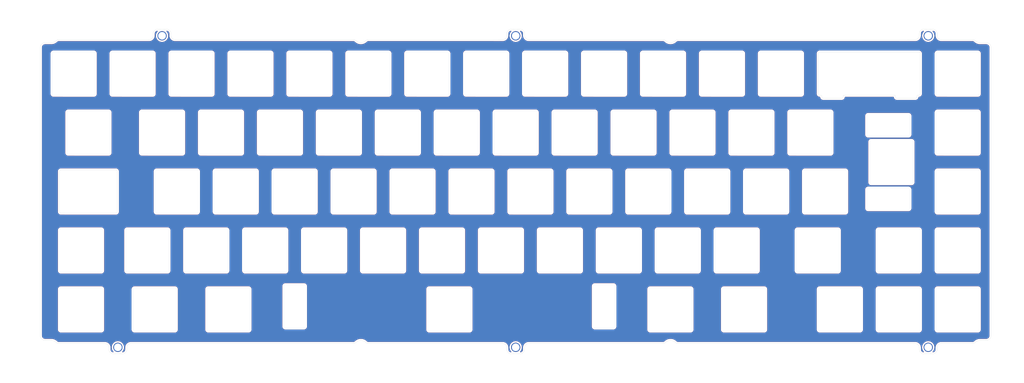
<source format=kicad_pcb>
(kicad_pcb (version 20200518) (host pcbnew "(5.99.0-1913-g40250c427)")
  (layers (0 "F.Cu" signal) (31 "B.Cu" signal) (34 "B.Paste" user) (35 "F.Paste" user) (36 "B.SilkS" user) (37 "F.SilkS" user) (38 "B.Mask" user) (39 "F.Mask" user) (44 "Edge.Cuts" user))
  (net 0 "")
  (module "acheron_MX_PlateSlots:MX100" (layer "F.Cu") (at 288.851553 78.405908)
    (fp_text reference "REF**")
    (fp_text value "MX100")
    (fp_arc (start 6.5 6.5) (end 6.5 7) (angle -90) (layer "Edge.Cuts") (width 0.010007))
    (fp_line (start -7 -6.5) (end -7 6.490924) (layer "Edge.Cuts") (width 0.010007))
    (fp_arc (start 6.5 -6.5) (end 7 -6.5) (angle -90) (layer "Edge.Cuts") (width 0.010007))
    (fp_arc (start -6.5 -6.5) (end -6.5 -7) (angle -90) (layer "Edge.Cuts") (width 0.010007))
    (fp_line (start -6.5 6.990924) (end 6.5 7) (layer "Edge.Cuts") (width 0.010007))
    (fp_arc (start -6.5 6.490924) (end -7 6.490924) (angle -90) (layer "Edge.Cuts") (width 0.010007))
    (fp_line (start -6.5 -7) (end 6.5 -7) (layer "Edge.Cuts") (width 0.010007))
    (fp_line (start 7 -6.5) (end 7 6.5) (layer "Edge.Cuts") (width 0.010007))
  )
  (module "acheron_MX_PlateSlots:MX_ISO_Enter" (layer "F.Cu") (at 310.282803 68.880908)
    (fp_text reference "REF**")
    (fp_text value "MX_ISO_Enter")
    (fp_line (start 6.499992 6.999672) (end -6.500007 6.999672) (layer "Edge.Cuts") (width 0.010007))
    (fp_arc (start -7.500008 -8.90625) (end -8.000008 -8.90625) (angle -90) (layer "Edge.Cuts") (width 0.010007))
    (fp_arc (start -7.500008 -14.90625) (end -7.500008 -15.40625) (angle -90) (layer "Edge.Cuts") (width 0.010007))
    (fp_arc (start 5.5 -8.90625) (end 5.5 -8.40625) (angle -90) (layer "Edge.Cuts") (width 0.010007))
    (fp_arc (start 5.5 -14.90625) (end 6 -14.90625) (angle -90) (layer "Edge.Cuts") (width 0.010007))
    (fp_arc (start -7.500008 8.90625) (end -7.500008 8.40625) (angle -90) (layer "Edge.Cuts") (width 0.010007))
    (fp_arc (start 5.5 14.90625) (end 5.5 15.40625) (angle -90) (layer "Edge.Cuts") (width 0.010007))
    (fp_arc (start 5.5 8.90625) (end 6 8.90625) (angle -90) (layer "Edge.Cuts") (width 0.010007))
    (fp_line (start 5.499992 15.40625) (end -7.500008 15.40625) (layer "Edge.Cuts") (width 0.010007))
    (fp_line (start 5.499992 8.40625) (end -7.5 8.40625) (layer "Edge.Cuts") (width 0.010007))
    (fp_line (start 5.499992 -8.40625) (end -7.5 -8.40625) (layer "Edge.Cuts") (width 0.010007))
    (fp_line (start 5.499992 -15.40625) (end -7.500008 -15.40625) (layer "Edge.Cuts") (width 0.010007))
    (fp_line (start -8.000008 -14.90625) (end -8.000008 -8.90625) (layer "Edge.Cuts") (width 0.010007))
    (fp_line (start 6 -14.90625) (end 5.999992 -8.90625) (layer "Edge.Cuts") (width 0.010007))
    (fp_arc (start -7.500008 14.90625) (end -8.000008 14.90625) (angle -90) (layer "Edge.Cuts") (width 0.010007))
    (fp_line (start -8.000008 8.90625) (end -8.000008 14.90625) (layer "Edge.Cuts") (width 0.010007))
    (fp_line (start 5.999992 8.90625) (end 5.999992 14.90625) (layer "Edge.Cuts") (width 0.010007))
    (fp_arc (start -6.500007 6.499672) (end -7.000007 6.499672) (angle -90) (layer "Edge.Cuts") (width 0.010007))
    (fp_line (start 7 -6.5) (end 7 6.5) (layer "Edge.Cuts") (width 0.010007))
    (fp_arc (start -6.5 -6.5) (end -6.5 -7) (angle -90) (layer "Edge.Cuts") (width 0.010007))
    (fp_line (start -7 -6.5) (end -7 6.5) (layer "Edge.Cuts") (width 0.010007))
    (fp_arc (start 6.5 -6.5) (end 7 -6.5) (angle -90) (layer "Edge.Cuts") (width 0.010007))
    (fp_arc (start 6.5 6.5) (end 6.5 7) (angle -90) (layer "Edge.Cuts") (width 0.010007))
    (fp_line (start 6.5 -7) (end -6.5 -7) (layer "Edge.Cuts") (width 0.010007))
  )
  (module "acheron_MX_PlateSlots:MX100" (layer "F.Cu") (at 69.776553 97.455908)
    (fp_text reference "REF**")
    (fp_text value "MX100")
    (fp_line (start 7 -6.5) (end 7 6.5) (layer "Edge.Cuts") (width 0.010007))
    (fp_line (start -6.5 -7) (end 6.5 -7) (layer "Edge.Cuts") (width 0.010007))
    (fp_arc (start -6.5 6.490924) (end -7 6.490924) (angle -90) (layer "Edge.Cuts") (width 0.010007))
    (fp_line (start -6.5 6.990924) (end 6.5 7) (layer "Edge.Cuts") (width 0.010007))
    (fp_arc (start -6.5 -6.5) (end -6.5 -7) (angle -90) (layer "Edge.Cuts") (width 0.010007))
    (fp_arc (start 6.5 -6.5) (end 7 -6.5) (angle -90) (layer "Edge.Cuts") (width 0.010007))
    (fp_line (start -7 -6.5) (end -7 6.490924) (layer "Edge.Cuts") (width 0.010007))
    (fp_arc (start 6.5 6.5) (end 6.5 7) (angle -90) (layer "Edge.Cuts") (width 0.010007))
  )
  (module "acheron_MX_PlateSlots:MX125" (layer "F.Cu") (at 48.345303 97.455908)
    (fp_text reference "REF**")
    (fp_text value "MX125")
    (fp_line (start 7 -6.5) (end 7 6.5) (layer "Edge.Cuts") (width 0.010007))
    (fp_line (start -6.5 -7) (end 6.5 -7) (layer "Edge.Cuts") (width 0.010007))
    (fp_arc (start -6.5 6.490924) (end -7 6.490924) (angle -90) (layer "Edge.Cuts") (width 0.010007))
    (fp_line (start -6.5 6.990924) (end 6.5 7) (layer "Edge.Cuts") (width 0.010007))
    (fp_arc (start -6.5 -6.5) (end -6.5 -7) (angle -90) (layer "Edge.Cuts") (width 0.010007))
    (fp_arc (start 6.5 -6.5) (end 7 -6.5) (angle -90) (layer "Edge.Cuts") (width 0.010007))
    (fp_line (start -7 -6.5) (end -7 6.490924) (layer "Edge.Cuts") (width 0.010007))
    (fp_arc (start 6.5 6.5) (end 6.5 7) (angle -90) (layer "Edge.Cuts") (width 0.010007))
  )
  (module "MountingHole:MountingHole_2.5mm_Pad" (layer "F.Cu") (at 322.189041 28.055924)
    (fp_text reference "REF**" hide)
    (fp_text value "MountingHole_2.5mm_Pad")
    (pad "1" thru_hole circle (at 0 0) (size 3 3) (drill 2.4) (layers *.Cu *.Mask))
  )
  (module "MountingHole:MountingHole_2.5mm_Pad" (layer "F.Cu") (at 322.189041 128.755912)
    (fp_text reference "REF**" hide)
    (fp_text value "MountingHole_2.5mm_Pad")
    (pad "1" thru_hole circle (at 0 0) (size 3 3) (drill 2.4) (layers *.Cu *.Mask))
  )
  (module "MountingHole:MountingHole_2.5mm_Pad" (layer "F.Cu") (at 188.839047 128.755913)
    (fp_text reference "REF**" hide)
    (fp_text value "MountingHole_2.5mm_Pad")
    (pad "1" thru_hole circle (at 0 0) (size 3 3) (drill 2.4) (layers *.Cu *.Mask))
  )
  (module "MountingHole:MountingHole_2.5mm_Pad" (layer "F.Cu") (at 60.251541 128.755912)
    (fp_text reference "REF**" hide)
    (fp_text value "MountingHole_2.5mm_Pad")
    (pad "1" thru_hole circle (at 0 0) (size 3 3) (drill 2.4) (layers *.Cu *.Mask))
  )
  (module "MountingHole:MountingHole_2.5mm_Pad" (layer "F.Cu") (at 74.539041 28.055924)
    (fp_text reference "REF**" hide)
    (fp_text value "MountingHole_2.5mm_Pad")
    (pad "1" thru_hole circle (at 0 0) (size 3 3) (drill 2.4) (layers *.Cu *.Mask))
  )
  (module "MountingHole:MountingHole_2.5mm_Pad" (layer "F.Cu") (at 188.839033 28.055924)
    (fp_text reference "REF**" hide)
    (fp_text value "MountingHole_2.5mm_Pad")
    (pad "1" thru_hole circle (at 0 0) (size 3 3) (drill 2.4) (layers *.Cu *.Mask))
  )
  (module "acheron_MX_PlateSlots:MX125" (layer "F.Cu") (at 262.657803 116.505908)
    (fp_text reference "REF**")
    (fp_text value "MX125")
    (fp_line (start 7 -6.5) (end 7 6.5) (layer "Edge.Cuts") (width 0.010007))
    (fp_line (start -6.5 -7) (end 6.5 -7) (layer "Edge.Cuts") (width 0.010007))
    (fp_arc (start -6.5 6.490924) (end -7 6.490924) (angle -90) (layer "Edge.Cuts") (width 0.010007))
    (fp_line (start -6.5 6.990924) (end 6.5 7) (layer "Edge.Cuts") (width 0.010007))
    (fp_arc (start -6.5 -6.5) (end -6.5 -7) (angle -90) (layer "Edge.Cuts") (width 0.010007))
    (fp_arc (start 6.5 -6.5) (end 7 -6.5) (angle -90) (layer "Edge.Cuts") (width 0.010007))
    (fp_line (start -7 -6.5) (end -7 6.490924) (layer "Edge.Cuts") (width 0.010007))
    (fp_arc (start 6.5 6.5) (end 6.5 7) (angle -90) (layer "Edge.Cuts") (width 0.010007))
  )
  (module "acheron_MX_PlateSlots:MX125" (layer "F.Cu") (at 238.845303 116.505908)
    (fp_text reference "REF**")
    (fp_text value "MX125")
    (fp_arc (start 6.5 6.5) (end 6.5 7) (angle -90) (layer "Edge.Cuts") (width 0.010007))
    (fp_line (start -7 -6.5) (end -7 6.490924) (layer "Edge.Cuts") (width 0.010007))
    (fp_arc (start 6.5 -6.5) (end 7 -6.5) (angle -90) (layer "Edge.Cuts") (width 0.010007))
    (fp_arc (start -6.5 -6.5) (end -6.5 -7) (angle -90) (layer "Edge.Cuts") (width 0.010007))
    (fp_line (start -6.5 6.990924) (end 6.5 7) (layer "Edge.Cuts") (width 0.010007))
    (fp_arc (start -6.5 6.490924) (end -7 6.490924) (angle -90) (layer "Edge.Cuts") (width 0.010007))
    (fp_line (start -6.5 -7) (end 6.5 -7) (layer "Edge.Cuts") (width 0.010007))
    (fp_line (start 7 -6.5) (end 7 6.5) (layer "Edge.Cuts") (width 0.010007))
  )
  (module "acheron_MX_PlateSlots:MX625" (layer "F.Cu") (at 167.407803 116.505908 180)
    (fp_text reference "REF**")
    (fp_text value "MX625")
    (fp_line (start 6.999672 -6.499992) (end 6.999672 6.500007) (layer "Edge.Cuts") (width 0.010007))
    (fp_arc (start -47.00625 7.500008) (end -47.00625 8.000008) (angle -90) (layer "Edge.Cuts") (width 0.010007))
    (fp_arc (start -53.00625 7.500008) (end -53.50625 7.500008) (angle -90) (layer "Edge.Cuts") (width 0.010007))
    (fp_arc (start -47.00625 -5.5) (end -46.50625 -5.5) (angle -90) (layer "Edge.Cuts") (width 0.010007))
    (fp_arc (start -53.00625 -5.5) (end -53.00625 -6) (angle -90) (layer "Edge.Cuts") (width 0.010007))
    (fp_arc (start 47.00625 7.5) (end 46.50625 7.5) (angle -90) (layer "Edge.Cuts") (width 0.010007))
    (fp_arc (start 53.00625 -5.5) (end 53.50625 -5.5) (angle -90) (layer "Edge.Cuts") (width 0.010007))
    (fp_arc (start 47.00625 -5.5) (end 47.00625 -6) (angle -90) (layer "Edge.Cuts") (width 0.010007))
    (fp_line (start 53.50625 -5.5) (end 53.50625 7.5) (layer "Edge.Cuts") (width 0.010007))
    (fp_line (start 46.50625 -5.5) (end 46.50625 7.5) (layer "Edge.Cuts") (width 0.010007))
    (fp_line (start -46.50625 -5.499992) (end -46.50625 7.500008) (layer "Edge.Cuts") (width 0.010007))
    (fp_line (start -53.50625 -5.499992) (end -53.50625 7.5) (layer "Edge.Cuts") (width 0.010007))
    (fp_line (start -53.00625 8.000008) (end -47.00625 8.000008) (layer "Edge.Cuts") (width 0.010007))
    (fp_line (start -53.00625 -5.999992) (end -47.00625 -6) (layer "Edge.Cuts") (width 0.010007))
    (fp_arc (start 53.00625 7.5) (end 53.00625 8) (angle -90) (layer "Edge.Cuts") (width 0.010007))
    (fp_line (start 47.00625 8) (end 53.00625 8) (layer "Edge.Cuts") (width 0.010007))
    (fp_line (start 47.00625 -6) (end 53.00625 -6) (layer "Edge.Cuts") (width 0.010007))
    (fp_arc (start 6.499672 6.500007) (end 6.499672 7.000007) (angle -90) (layer "Edge.Cuts") (width 0.010007))
    (fp_line (start -6.5 -7) (end 6.5 -7) (layer "Edge.Cuts") (width 0.010007))
    (fp_arc (start -6.5 6.5) (end -7 6.5) (angle -90) (layer "Edge.Cuts") (width 0.010007))
    (fp_line (start -6.5 7) (end 6.5 7) (layer "Edge.Cuts") (width 0.010007))
    (fp_arc (start -6.5 -6.5) (end -6.5 -7) (angle -90) (layer "Edge.Cuts") (width 0.010007))
    (fp_arc (start 6.5 -6.5) (end 7 -6.5) (angle -90) (layer "Edge.Cuts") (width 0.010007))
    (fp_line (start -7 -6.5) (end -7 6.5) (layer "Edge.Cuts") (width 0.010007))
  )
  (module "acheron_MX_PlateSlots:MX125" (layer "F.Cu") (at 95.970303 116.505908)
    (fp_text reference "REF**")
    (fp_text value "MX125")
    (fp_line (start 7 -6.5) (end 7 6.5) (layer "Edge.Cuts") (width 0.010007))
    (fp_line (start -6.5 -7) (end 6.5 -7) (layer "Edge.Cuts") (width 0.010007))
    (fp_arc (start -6.5 6.490924) (end -7 6.490924) (angle -90) (layer "Edge.Cuts") (width 0.010007))
    (fp_line (start -6.5 6.990924) (end 6.5 7) (layer "Edge.Cuts") (width 0.010007))
    (fp_arc (start -6.5 -6.5) (end -6.5 -7) (angle -90) (layer "Edge.Cuts") (width 0.010007))
    (fp_arc (start 6.5 -6.5) (end 7 -6.5) (angle -90) (layer "Edge.Cuts") (width 0.010007))
    (fp_line (start -7 -6.5) (end -7 6.490924) (layer "Edge.Cuts") (width 0.010007))
    (fp_arc (start 6.5 6.5) (end 6.5 7) (angle -90) (layer "Edge.Cuts") (width 0.010007))
  )
  (module "acheron_MX_PlateSlots:MX125" (layer "F.Cu") (at 72.157803 116.505908)
    (fp_text reference "REF**")
    (fp_text value "MX125")
    (fp_arc (start 6.5 6.5) (end 6.5 7) (angle -90) (layer "Edge.Cuts") (width 0.010007))
    (fp_line (start -7 -6.5) (end -7 6.490924) (layer "Edge.Cuts") (width 0.010007))
    (fp_arc (start 6.5 -6.5) (end 7 -6.5) (angle -90) (layer "Edge.Cuts") (width 0.010007))
    (fp_arc (start -6.5 -6.5) (end -6.5 -7) (angle -90) (layer "Edge.Cuts") (width 0.010007))
    (fp_line (start -6.5 6.990924) (end 6.5 7) (layer "Edge.Cuts") (width 0.010007))
    (fp_arc (start -6.5 6.490924) (end -7 6.490924) (angle -90) (layer "Edge.Cuts") (width 0.010007))
    (fp_line (start -6.5 -7) (end 6.5 -7) (layer "Edge.Cuts") (width 0.010007))
    (fp_line (start 7 -6.5) (end 7 6.5) (layer "Edge.Cuts") (width 0.010007))
  )
  (module "acheron_MX_PlateSlots:MX125" (layer "F.Cu") (at 48.345303 116.505908)
    (fp_text reference "REF**")
    (fp_text value "MX125")
    (fp_line (start 7 -6.5) (end 7 6.5) (layer "Edge.Cuts") (width 0.010007))
    (fp_line (start -6.5 -7) (end 6.5 -7) (layer "Edge.Cuts") (width 0.010007))
    (fp_arc (start -6.5 6.490924) (end -7 6.490924) (angle -90) (layer "Edge.Cuts") (width 0.010007))
    (fp_line (start -6.5 6.990924) (end 6.5 7) (layer "Edge.Cuts") (width 0.010007))
    (fp_arc (start -6.5 -6.5) (end -6.5 -7) (angle -90) (layer "Edge.Cuts") (width 0.010007))
    (fp_arc (start 6.5 -6.5) (end 7 -6.5) (angle -90) (layer "Edge.Cuts") (width 0.010007))
    (fp_line (start -7 -6.5) (end -7 6.490924) (layer "Edge.Cuts") (width 0.010007))
    (fp_arc (start 6.5 6.5) (end 6.5 7) (angle -90) (layer "Edge.Cuts") (width 0.010007))
  )
  (module "acheron_MX_PlateSlots:MX100" (layer "F.Cu") (at 293.614053 116.505908)
    (fp_text reference "REF**")
    (fp_text value "MX100")
    (fp_line (start 7 -6.5) (end 7 6.5) (layer "Edge.Cuts") (width 0.010007))
    (fp_line (start -6.5 -7) (end 6.5 -7) (layer "Edge.Cuts") (width 0.010007))
    (fp_arc (start -6.5 6.490924) (end -7 6.490924) (angle -90) (layer "Edge.Cuts") (width 0.010007))
    (fp_line (start -6.5 6.990924) (end 6.5 7) (layer "Edge.Cuts") (width 0.010007))
    (fp_arc (start -6.5 -6.5) (end -6.5 -7) (angle -90) (layer "Edge.Cuts") (width 0.010007))
    (fp_arc (start 6.5 -6.5) (end 7 -6.5) (angle -90) (layer "Edge.Cuts") (width 0.010007))
    (fp_line (start -7 -6.5) (end -7 6.490924) (layer "Edge.Cuts") (width 0.010007))
    (fp_arc (start 6.5 6.5) (end 6.5 7) (angle -90) (layer "Edge.Cuts") (width 0.010007))
  )
  (module "acheron_MX_PlateSlots:MX100" (layer "F.Cu") (at 331.714053 116.505908)
    (fp_text reference "REF**")
    (fp_text value "MX100")
    (fp_arc (start 6.5 6.5) (end 6.5 7) (angle -90) (layer "Edge.Cuts") (width 0.010007))
    (fp_line (start -7 -6.5) (end -7 6.490924) (layer "Edge.Cuts") (width 0.010007))
    (fp_arc (start 6.5 -6.5) (end 7 -6.5) (angle -90) (layer "Edge.Cuts") (width 0.010007))
    (fp_arc (start -6.5 -6.5) (end -6.5 -7) (angle -90) (layer "Edge.Cuts") (width 0.010007))
    (fp_line (start -6.5 6.990924) (end 6.5 7) (layer "Edge.Cuts") (width 0.010007))
    (fp_arc (start -6.5 6.490924) (end -7 6.490924) (angle -90) (layer "Edge.Cuts") (width 0.010007))
    (fp_line (start -6.5 -7) (end 6.5 -7) (layer "Edge.Cuts") (width 0.010007))
    (fp_line (start 7 -6.5) (end 7 6.5) (layer "Edge.Cuts") (width 0.010007))
  )
  (module "acheron_MX_PlateSlots:MX100" (layer "F.Cu") (at 312.664053 116.505908)
    (fp_text reference "REF**")
    (fp_text value "MX100")
    (fp_line (start 7 -6.5) (end 7 6.5) (layer "Edge.Cuts") (width 0.010007))
    (fp_line (start -6.5 -7) (end 6.5 -7) (layer "Edge.Cuts") (width 0.010007))
    (fp_arc (start -6.5 6.490924) (end -7 6.490924) (angle -90) (layer "Edge.Cuts") (width 0.010007))
    (fp_line (start -6.5 6.990924) (end 6.5 7) (layer "Edge.Cuts") (width 0.010007))
    (fp_arc (start -6.5 -6.5) (end -6.5 -7) (angle -90) (layer "Edge.Cuts") (width 0.010007))
    (fp_arc (start 6.5 -6.5) (end 7 -6.5) (angle -90) (layer "Edge.Cuts") (width 0.010007))
    (fp_line (start -7 -6.5) (end -7 6.490924) (layer "Edge.Cuts") (width 0.010007))
    (fp_arc (start 6.5 6.5) (end 6.5 7) (angle -90) (layer "Edge.Cuts") (width 0.010007))
  )
  (module "acheron_MX_PlateSlots:MX100" (layer "F.Cu") (at 312.664053 97.455908)
    (fp_text reference "REF**")
    (fp_text value "MX100")
    (fp_arc (start 6.5 6.5) (end 6.5 7) (angle -90) (layer "Edge.Cuts") (width 0.010007))
    (fp_line (start -7 -6.5) (end -7 6.490924) (layer "Edge.Cuts") (width 0.010007))
    (fp_arc (start 6.5 -6.5) (end 7 -6.5) (angle -90) (layer "Edge.Cuts") (width 0.010007))
    (fp_arc (start -6.5 -6.5) (end -6.5 -7) (angle -90) (layer "Edge.Cuts") (width 0.010007))
    (fp_line (start -6.5 6.990924) (end 6.5 7) (layer "Edge.Cuts") (width 0.010007))
    (fp_arc (start -6.5 6.490924) (end -7 6.490924) (angle -90) (layer "Edge.Cuts") (width 0.010007))
    (fp_line (start -6.5 -7) (end 6.5 -7) (layer "Edge.Cuts") (width 0.010007))
    (fp_line (start 7 -6.5) (end 7 6.5) (layer "Edge.Cuts") (width 0.010007))
  )
  (module "acheron_MX_PlateSlots:MX175" (layer "F.Cu") (at 286.470303 97.455908)
    (fp_text reference "REF**")
    (fp_text value "MX175")
    (fp_line (start 7 -6.5) (end 7 6.5) (layer "Edge.Cuts") (width 0.010007))
    (fp_line (start -6.5 -7) (end 6.5 -7) (layer "Edge.Cuts") (width 0.010007))
    (fp_arc (start -6.5 6.490924) (end -7 6.490924) (angle -90) (layer "Edge.Cuts") (width 0.010007))
    (fp_line (start -6.5 6.990924) (end 6.5 7) (layer "Edge.Cuts") (width 0.010007))
    (fp_arc (start -6.5 -6.5) (end -6.5 -7) (angle -90) (layer "Edge.Cuts") (width 0.010007))
    (fp_arc (start 6.5 -6.5) (end 7 -6.5) (angle -90) (layer "Edge.Cuts") (width 0.010007))
    (fp_line (start -7 -6.5) (end -7 6.490924) (layer "Edge.Cuts") (width 0.010007))
    (fp_arc (start 6.5 6.5) (end 6.5 7) (angle -90) (layer "Edge.Cuts") (width 0.010007))
  )
  (module "acheron_MX_PlateSlots:MX100" (layer "F.Cu") (at 331.714053 97.455908)
    (fp_text reference "REF**")
    (fp_text value "MX100")
    (fp_line (start 7 -6.5) (end 7 6.5) (layer "Edge.Cuts") (width 0.010007))
    (fp_line (start -6.5 -7) (end 6.5 -7) (layer "Edge.Cuts") (width 0.010007))
    (fp_arc (start -6.5 6.490924) (end -7 6.490924) (angle -90) (layer "Edge.Cuts") (width 0.010007))
    (fp_line (start -6.5 6.990924) (end 6.5 7) (layer "Edge.Cuts") (width 0.010007))
    (fp_arc (start -6.5 -6.5) (end -6.5 -7) (angle -90) (layer "Edge.Cuts") (width 0.010007))
    (fp_arc (start 6.5 -6.5) (end 7 -6.5) (angle -90) (layer "Edge.Cuts") (width 0.010007))
    (fp_line (start -7 -6.5) (end -7 6.490924) (layer "Edge.Cuts") (width 0.010007))
    (fp_arc (start 6.5 6.5) (end 6.5 7) (angle -90) (layer "Edge.Cuts") (width 0.010007))
  )
  (module "acheron_MX_PlateSlots:MX100" (layer "F.Cu") (at 331.714053 78.405908)
    (fp_text reference "REF**")
    (fp_text value "MX100")
    (fp_arc (start 6.5 6.5) (end 6.5 7) (angle -90) (layer "Edge.Cuts") (width 0.010007))
    (fp_line (start -7 -6.5) (end -7 6.490924) (layer "Edge.Cuts") (width 0.010007))
    (fp_arc (start 6.5 -6.5) (end 7 -6.5) (angle -90) (layer "Edge.Cuts") (width 0.010007))
    (fp_arc (start -6.5 -6.5) (end -6.5 -7) (angle -90) (layer "Edge.Cuts") (width 0.010007))
    (fp_line (start -6.5 6.990924) (end 6.5 7) (layer "Edge.Cuts") (width 0.010007))
    (fp_arc (start -6.5 6.490924) (end -7 6.490924) (angle -90) (layer "Edge.Cuts") (width 0.010007))
    (fp_line (start -6.5 -7) (end 6.5 -7) (layer "Edge.Cuts") (width 0.010007))
    (fp_line (start 7 -6.5) (end 7 6.5) (layer "Edge.Cuts") (width 0.010007))
  )
  (module "acheron_MX_PlateSlots:MX100" (layer "F.Cu") (at 331.714053 59.355908)
    (fp_text reference "REF**")
    (fp_text value "MX100")
    (fp_line (start 7 -6.5) (end 7 6.5) (layer "Edge.Cuts") (width 0.010007))
    (fp_line (start -6.5 -7) (end 6.5 -7) (layer "Edge.Cuts") (width 0.010007))
    (fp_arc (start -6.5 6.490924) (end -7 6.490924) (angle -90) (layer "Edge.Cuts") (width 0.010007))
    (fp_line (start -6.5 6.990924) (end 6.5 7) (layer "Edge.Cuts") (width 0.010007))
    (fp_arc (start -6.5 -6.5) (end -6.5 -7) (angle -90) (layer "Edge.Cuts") (width 0.010007))
    (fp_arc (start 6.5 -6.5) (end 7 -6.5) (angle -90) (layer "Edge.Cuts") (width 0.010007))
    (fp_line (start -7 -6.5) (end -7 6.490924) (layer "Edge.Cuts") (width 0.010007))
    (fp_arc (start 6.5 6.5) (end 6.5 7) (angle -90) (layer "Edge.Cuts") (width 0.010007))
  )
  (module "acheron_MX_PlateSlots:MX100" (layer "F.Cu") (at 260.276553 97.455908)
    (fp_text reference "REF**")
    (fp_text value "MX100")
    (fp_arc (start 6.5 6.5) (end 6.5 7) (angle -90) (layer "Edge.Cuts") (width 0.010007))
    (fp_line (start -7 -6.5) (end -7 6.490924) (layer "Edge.Cuts") (width 0.010007))
    (fp_arc (start 6.5 -6.5) (end 7 -6.5) (angle -90) (layer "Edge.Cuts") (width 0.010007))
    (fp_arc (start -6.5 -6.5) (end -6.5 -7) (angle -90) (layer "Edge.Cuts") (width 0.010007))
    (fp_line (start -6.5 6.990924) (end 6.5 7) (layer "Edge.Cuts") (width 0.010007))
    (fp_arc (start -6.5 6.490924) (end -7 6.490924) (angle -90) (layer "Edge.Cuts") (width 0.010007))
    (fp_line (start -6.5 -7) (end 6.5 -7) (layer "Edge.Cuts") (width 0.010007))
    (fp_line (start 7 -6.5) (end 7 6.5) (layer "Edge.Cuts") (width 0.010007))
  )
  (module "acheron_MX_PlateSlots:MX100" (layer "F.Cu") (at 241.226553 97.455908)
    (fp_text reference "REF**")
    (fp_text value "MX100")
    (fp_line (start 7 -6.5) (end 7 6.5) (layer "Edge.Cuts") (width 0.010007))
    (fp_line (start -6.5 -7) (end 6.5 -7) (layer "Edge.Cuts") (width 0.010007))
    (fp_arc (start -6.5 6.490924) (end -7 6.490924) (angle -90) (layer "Edge.Cuts") (width 0.010007))
    (fp_line (start -6.5 6.990924) (end 6.5 7) (layer "Edge.Cuts") (width 0.010007))
    (fp_arc (start -6.5 -6.5) (end -6.5 -7) (angle -90) (layer "Edge.Cuts") (width 0.010007))
    (fp_arc (start 6.5 -6.5) (end 7 -6.5) (angle -90) (layer "Edge.Cuts") (width 0.010007))
    (fp_line (start -7 -6.5) (end -7 6.490924) (layer "Edge.Cuts") (width 0.010007))
    (fp_arc (start 6.5 6.5) (end 6.5 7) (angle -90) (layer "Edge.Cuts") (width 0.010007))
  )
  (module "acheron_MX_PlateSlots:MX100" (layer "F.Cu") (at 222.176553 97.455908)
    (fp_text reference "REF**")
    (fp_text value "MX100")
    (fp_line (start 7 -6.5) (end 7 6.5) (layer "Edge.Cuts") (width 0.010007))
    (fp_line (start -6.5 -7) (end 6.5 -7) (layer "Edge.Cuts") (width 0.010007))
    (fp_arc (start -6.5 6.490924) (end -7 6.490924) (angle -90) (layer "Edge.Cuts") (width 0.010007))
    (fp_line (start -6.5 6.990924) (end 6.5 7) (layer "Edge.Cuts") (width 0.010007))
    (fp_arc (start -6.5 -6.5) (end -6.5 -7) (angle -90) (layer "Edge.Cuts") (width 0.010007))
    (fp_arc (start 6.5 -6.5) (end 7 -6.5) (angle -90) (layer "Edge.Cuts") (width 0.010007))
    (fp_line (start -7 -6.5) (end -7 6.490924) (layer "Edge.Cuts") (width 0.010007))
    (fp_arc (start 6.5 6.5) (end 6.5 7) (angle -90) (layer "Edge.Cuts") (width 0.010007))
  )
  (module "acheron_MX_PlateSlots:MX100" (layer "F.Cu") (at 145.976553 97.455908)
    (fp_text reference "REF**")
    (fp_text value "MX100")
    (fp_arc (start 6.5 6.5) (end 6.5 7) (angle -90) (layer "Edge.Cuts") (width 0.010007))
    (fp_line (start -7 -6.5) (end -7 6.490924) (layer "Edge.Cuts") (width 0.010007))
    (fp_arc (start 6.5 -6.5) (end 7 -6.5) (angle -90) (layer "Edge.Cuts") (width 0.010007))
    (fp_arc (start -6.5 -6.5) (end -6.5 -7) (angle -90) (layer "Edge.Cuts") (width 0.010007))
    (fp_line (start -6.5 6.990924) (end 6.5 7) (layer "Edge.Cuts") (width 0.010007))
    (fp_arc (start -6.5 6.490924) (end -7 6.490924) (angle -90) (layer "Edge.Cuts") (width 0.010007))
    (fp_line (start -6.5 -7) (end 6.5 -7) (layer "Edge.Cuts") (width 0.010007))
    (fp_line (start 7 -6.5) (end 7 6.5) (layer "Edge.Cuts") (width 0.010007))
  )
  (module "acheron_MX_PlateSlots:MX100" (layer "F.Cu") (at 107.876553 97.455908)
    (fp_text reference "REF**")
    (fp_text value "MX100")
    (fp_line (start 7 -6.5) (end 7 6.5) (layer "Edge.Cuts") (width 0.010007))
    (fp_line (start -6.5 -7) (end 6.5 -7) (layer "Edge.Cuts") (width 0.010007))
    (fp_arc (start -6.5 6.490924) (end -7 6.490924) (angle -90) (layer "Edge.Cuts") (width 0.010007))
    (fp_line (start -6.5 6.990924) (end 6.5 7) (layer "Edge.Cuts") (width 0.010007))
    (fp_arc (start -6.5 -6.5) (end -6.5 -7) (angle -90) (layer "Edge.Cuts") (width 0.010007))
    (fp_arc (start 6.5 -6.5) (end 7 -6.5) (angle -90) (layer "Edge.Cuts") (width 0.010007))
    (fp_line (start -7 -6.5) (end -7 6.490924) (layer "Edge.Cuts") (width 0.010007))
    (fp_arc (start 6.5 6.5) (end 6.5 7) (angle -90) (layer "Edge.Cuts") (width 0.010007))
  )
  (module "acheron_MX_PlateSlots:MX100" (layer "F.Cu") (at 165.026553 97.455908)
    (fp_text reference "REF**")
    (fp_text value "MX100")
    (fp_line (start 7 -6.5) (end 7 6.5) (layer "Edge.Cuts") (width 0.010007))
    (fp_line (start -6.5 -7) (end 6.5 -7) (layer "Edge.Cuts") (width 0.010007))
    (fp_arc (start -6.5 6.490924) (end -7 6.490924) (angle -90) (layer "Edge.Cuts") (width 0.010007))
    (fp_line (start -6.5 6.990924) (end 6.5 7) (layer "Edge.Cuts") (width 0.010007))
    (fp_arc (start -6.5 -6.5) (end -6.5 -7) (angle -90) (layer "Edge.Cuts") (width 0.010007))
    (fp_arc (start 6.5 -6.5) (end 7 -6.5) (angle -90) (layer "Edge.Cuts") (width 0.010007))
    (fp_line (start -7 -6.5) (end -7 6.490924) (layer "Edge.Cuts") (width 0.010007))
    (fp_arc (start 6.5 6.5) (end 6.5 7) (angle -90) (layer "Edge.Cuts") (width 0.010007))
  )
  (module "acheron_MX_PlateSlots:MX100" (layer "F.Cu") (at 203.126553 97.455908)
    (fp_text reference "REF**")
    (fp_text value "MX100")
    (fp_line (start 7 -6.5) (end 7 6.5) (layer "Edge.Cuts") (width 0.010007))
    (fp_line (start -6.5 -7) (end 6.5 -7) (layer "Edge.Cuts") (width 0.010007))
    (fp_arc (start -6.5 6.490924) (end -7 6.490924) (angle -90) (layer "Edge.Cuts") (width 0.010007))
    (fp_line (start -6.5 6.990924) (end 6.5 7) (layer "Edge.Cuts") (width 0.010007))
    (fp_arc (start -6.5 -6.5) (end -6.5 -7) (angle -90) (layer "Edge.Cuts") (width 0.010007))
    (fp_arc (start 6.5 -6.5) (end 7 -6.5) (angle -90) (layer "Edge.Cuts") (width 0.010007))
    (fp_line (start -7 -6.5) (end -7 6.490924) (layer "Edge.Cuts") (width 0.010007))
    (fp_arc (start 6.5 6.5) (end 6.5 7) (angle -90) (layer "Edge.Cuts") (width 0.010007))
  )
  (module "acheron_MX_PlateSlots:MX100" (layer "F.Cu") (at 184.076553 97.455908)
    (fp_text reference "REF**")
    (fp_text value "MX100")
    (fp_arc (start 6.5 6.5) (end 6.5 7) (angle -90) (layer "Edge.Cuts") (width 0.010007))
    (fp_line (start -7 -6.5) (end -7 6.490924) (layer "Edge.Cuts") (width 0.010007))
    (fp_arc (start 6.5 -6.5) (end 7 -6.5) (angle -90) (layer "Edge.Cuts") (width 0.010007))
    (fp_arc (start -6.5 -6.5) (end -6.5 -7) (angle -90) (layer "Edge.Cuts") (width 0.010007))
    (fp_line (start -6.5 6.990924) (end 6.5 7) (layer "Edge.Cuts") (width 0.010007))
    (fp_arc (start -6.5 6.490924) (end -7 6.490924) (angle -90) (layer "Edge.Cuts") (width 0.010007))
    (fp_line (start -6.5 -7) (end 6.5 -7) (layer "Edge.Cuts") (width 0.010007))
    (fp_line (start 7 -6.5) (end 7 6.5) (layer "Edge.Cuts") (width 0.010007))
  )
  (module "acheron_MX_PlateSlots:MX100" (layer "F.Cu") (at 126.926553 97.455908)
    (fp_text reference "REF**")
    (fp_text value "MX100")
    (fp_arc (start 6.5 6.5) (end 6.5 7) (angle -90) (layer "Edge.Cuts") (width 0.010007))
    (fp_line (start -7 -6.5) (end -7 6.490924) (layer "Edge.Cuts") (width 0.010007))
    (fp_arc (start 6.5 -6.5) (end 7 -6.5) (angle -90) (layer "Edge.Cuts") (width 0.010007))
    (fp_arc (start -6.5 -6.5) (end -6.5 -7) (angle -90) (layer "Edge.Cuts") (width 0.010007))
    (fp_line (start -6.5 6.990924) (end 6.5 7) (layer "Edge.Cuts") (width 0.010007))
    (fp_arc (start -6.5 6.490924) (end -7 6.490924) (angle -90) (layer "Edge.Cuts") (width 0.010007))
    (fp_line (start -6.5 -7) (end 6.5 -7) (layer "Edge.Cuts") (width 0.010007))
    (fp_line (start 7 -6.5) (end 7 6.5) (layer "Edge.Cuts") (width 0.010007))
  )
  (module "acheron_MX_PlateSlots:MX100" (layer "F.Cu") (at 88.826553 97.455908)
    (fp_text reference "REF**")
    (fp_text value "MX100")
    (fp_arc (start 6.5 6.5) (end 6.5 7) (angle -90) (layer "Edge.Cuts") (width 0.010007))
    (fp_line (start -7 -6.5) (end -7 6.490924) (layer "Edge.Cuts") (width 0.010007))
    (fp_arc (start 6.5 -6.5) (end 7 -6.5) (angle -90) (layer "Edge.Cuts") (width 0.010007))
    (fp_arc (start -6.5 -6.5) (end -6.5 -7) (angle -90) (layer "Edge.Cuts") (width 0.010007))
    (fp_line (start -6.5 6.990924) (end 6.5 7) (layer "Edge.Cuts") (width 0.010007))
    (fp_arc (start -6.5 6.490924) (end -7 6.490924) (angle -90) (layer "Edge.Cuts") (width 0.010007))
    (fp_line (start -6.5 -7) (end 6.5 -7) (layer "Edge.Cuts") (width 0.010007))
    (fp_line (start 7 -6.5) (end 7 6.5) (layer "Edge.Cuts") (width 0.010007))
  )
  (module "acheron_MX_PlateSlots:MX100" (layer "F.Cu") (at 174.551553 78.405908)
    (fp_text reference "REF**")
    (fp_text value "MX100")
    (fp_line (start 7 -6.5) (end 7 6.5) (layer "Edge.Cuts") (width 0.010007))
    (fp_line (start -6.5 -7) (end 6.5 -7) (layer "Edge.Cuts") (width 0.010007))
    (fp_arc (start -6.5 6.490924) (end -7 6.490924) (angle -90) (layer "Edge.Cuts") (width 0.010007))
    (fp_line (start -6.5 6.990924) (end 6.5 7) (layer "Edge.Cuts") (width 0.010007))
    (fp_arc (start -6.5 -6.5) (end -6.5 -7) (angle -90) (layer "Edge.Cuts") (width 0.010007))
    (fp_arc (start 6.5 -6.5) (end 7 -6.5) (angle -90) (layer "Edge.Cuts") (width 0.010007))
    (fp_line (start -7 -6.5) (end -7 6.490924) (layer "Edge.Cuts") (width 0.010007))
    (fp_arc (start 6.5 6.5) (end 6.5 7) (angle -90) (layer "Edge.Cuts") (width 0.010007))
  )
  (module "acheron_MX_PlateSlots:MX100" (layer "F.Cu") (at 98.351553 78.405908)
    (fp_text reference "REF**")
    (fp_text value "MX100")
    (fp_arc (start 6.5 6.5) (end 6.5 7) (angle -90) (layer "Edge.Cuts") (width 0.010007))
    (fp_line (start -7 -6.5) (end -7 6.490924) (layer "Edge.Cuts") (width 0.010007))
    (fp_arc (start 6.5 -6.5) (end 7 -6.5) (angle -90) (layer "Edge.Cuts") (width 0.010007))
    (fp_arc (start -6.5 -6.5) (end -6.5 -7) (angle -90) (layer "Edge.Cuts") (width 0.010007))
    (fp_line (start -6.5 6.990924) (end 6.5 7) (layer "Edge.Cuts") (width 0.010007))
    (fp_arc (start -6.5 6.490924) (end -7 6.490924) (angle -90) (layer "Edge.Cuts") (width 0.010007))
    (fp_line (start -6.5 -7) (end 6.5 -7) (layer "Edge.Cuts") (width 0.010007))
    (fp_line (start 7 -6.5) (end 7 6.5) (layer "Edge.Cuts") (width 0.010007))
  )
  (module "acheron_MX_PlateSlots:MX100" (layer "F.Cu") (at 79.301553 78.405908)
    (fp_text reference "REF**")
    (fp_text value "MX100")
    (fp_line (start 7 -6.5) (end 7 6.5) (layer "Edge.Cuts") (width 0.010007))
    (fp_line (start -6.5 -7) (end 6.5 -7) (layer "Edge.Cuts") (width 0.010007))
    (fp_arc (start -6.5 6.490924) (end -7 6.490924) (angle -90) (layer "Edge.Cuts") (width 0.010007))
    (fp_line (start -6.5 6.990924) (end 6.5 7) (layer "Edge.Cuts") (width 0.010007))
    (fp_arc (start -6.5 -6.5) (end -6.5 -7) (angle -90) (layer "Edge.Cuts") (width 0.010007))
    (fp_arc (start 6.5 -6.5) (end 7 -6.5) (angle -90) (layer "Edge.Cuts") (width 0.010007))
    (fp_line (start -7 -6.5) (end -7 6.490924) (layer "Edge.Cuts") (width 0.010007))
    (fp_arc (start 6.5 6.5) (end 6.5 7) (angle -90) (layer "Edge.Cuts") (width 0.010007))
  )
  (module "acheron_MX_PlateSlots:MX100" (layer "F.Cu") (at 155.501553 78.405908)
    (fp_text reference "REF**")
    (fp_text value "MX100")
    (fp_arc (start 6.5 6.5) (end 6.5 7) (angle -90) (layer "Edge.Cuts") (width 0.010007))
    (fp_line (start -7 -6.5) (end -7 6.490924) (layer "Edge.Cuts") (width 0.010007))
    (fp_arc (start 6.5 -6.5) (end 7 -6.5) (angle -90) (layer "Edge.Cuts") (width 0.010007))
    (fp_arc (start -6.5 -6.5) (end -6.5 -7) (angle -90) (layer "Edge.Cuts") (width 0.010007))
    (fp_line (start -6.5 6.990924) (end 6.5 7) (layer "Edge.Cuts") (width 0.010007))
    (fp_arc (start -6.5 6.490924) (end -7 6.490924) (angle -90) (layer "Edge.Cuts") (width 0.010007))
    (fp_line (start -6.5 -7) (end 6.5 -7) (layer "Edge.Cuts") (width 0.010007))
    (fp_line (start 7 -6.5) (end 7 6.5) (layer "Edge.Cuts") (width 0.010007))
  )
  (module "acheron_MX_PlateSlots:MX100" (layer "F.Cu") (at 136.451553 78.405908)
    (fp_text reference "REF**")
    (fp_text value "MX100")
    (fp_line (start 7 -6.5) (end 7 6.5) (layer "Edge.Cuts") (width 0.010007))
    (fp_line (start -6.5 -7) (end 6.5 -7) (layer "Edge.Cuts") (width 0.010007))
    (fp_arc (start -6.5 6.490924) (end -7 6.490924) (angle -90) (layer "Edge.Cuts") (width 0.010007))
    (fp_line (start -6.5 6.990924) (end 6.5 7) (layer "Edge.Cuts") (width 0.010007))
    (fp_arc (start -6.5 -6.5) (end -6.5 -7) (angle -90) (layer "Edge.Cuts") (width 0.010007))
    (fp_arc (start 6.5 -6.5) (end 7 -6.5) (angle -90) (layer "Edge.Cuts") (width 0.010007))
    (fp_line (start -7 -6.5) (end -7 6.490924) (layer "Edge.Cuts") (width 0.010007))
    (fp_arc (start 6.5 6.5) (end 6.5 7) (angle -90) (layer "Edge.Cuts") (width 0.010007))
  )
  (module "acheron_MX_PlateSlots:MX100" (layer "F.Cu") (at 117.401553 78.405908)
    (fp_text reference "REF**")
    (fp_text value "MX100")
    (fp_line (start 7 -6.5) (end 7 6.5) (layer "Edge.Cuts") (width 0.010007))
    (fp_line (start -6.5 -7) (end 6.5 -7) (layer "Edge.Cuts") (width 0.010007))
    (fp_arc (start -6.5 6.490924) (end -7 6.490924) (angle -90) (layer "Edge.Cuts") (width 0.010007))
    (fp_line (start -6.5 6.990924) (end 6.5 7) (layer "Edge.Cuts") (width 0.010007))
    (fp_arc (start -6.5 -6.5) (end -6.5 -7) (angle -90) (layer "Edge.Cuts") (width 0.010007))
    (fp_arc (start 6.5 -6.5) (end 7 -6.5) (angle -90) (layer "Edge.Cuts") (width 0.010007))
    (fp_line (start -7 -6.5) (end -7 6.490924) (layer "Edge.Cuts") (width 0.010007))
    (fp_arc (start 6.5 6.5) (end 6.5 7) (angle -90) (layer "Edge.Cuts") (width 0.010007))
  )
  (module "acheron_MX_PlateSlots:MX100" (layer "F.Cu") (at 250.751553 78.405908)
    (fp_text reference "REF**")
    (fp_text value "MX100")
    (fp_arc (start 6.5 6.5) (end 6.5 7) (angle -90) (layer "Edge.Cuts") (width 0.010007))
    (fp_line (start -7 -6.5) (end -7 6.490924) (layer "Edge.Cuts") (width 0.010007))
    (fp_arc (start 6.5 -6.5) (end 7 -6.5) (angle -90) (layer "Edge.Cuts") (width 0.010007))
    (fp_arc (start -6.5 -6.5) (end -6.5 -7) (angle -90) (layer "Edge.Cuts") (width 0.010007))
    (fp_line (start -6.5 6.990924) (end 6.5 7) (layer "Edge.Cuts") (width 0.010007))
    (fp_arc (start -6.5 6.490924) (end -7 6.490924) (angle -90) (layer "Edge.Cuts") (width 0.010007))
    (fp_line (start -6.5 -7) (end 6.5 -7) (layer "Edge.Cuts") (width 0.010007))
    (fp_line (start 7 -6.5) (end 7 6.5) (layer "Edge.Cuts") (width 0.010007))
  )
  (module "acheron_MX_PlateSlots:MX100" (layer "F.Cu") (at 212.651553 78.405908)
    (fp_text reference "REF**")
    (fp_text value "MX100")
    (fp_line (start 7 -6.5) (end 7 6.5) (layer "Edge.Cuts") (width 0.010007))
    (fp_line (start -6.5 -7) (end 6.5 -7) (layer "Edge.Cuts") (width 0.010007))
    (fp_arc (start -6.5 6.490924) (end -7 6.490924) (angle -90) (layer "Edge.Cuts") (width 0.010007))
    (fp_line (start -6.5 6.990924) (end 6.5 7) (layer "Edge.Cuts") (width 0.010007))
    (fp_arc (start -6.5 -6.5) (end -6.5 -7) (angle -90) (layer "Edge.Cuts") (width 0.010007))
    (fp_arc (start 6.5 -6.5) (end 7 -6.5) (angle -90) (layer "Edge.Cuts") (width 0.010007))
    (fp_line (start -7 -6.5) (end -7 6.490924) (layer "Edge.Cuts") (width 0.010007))
    (fp_arc (start 6.5 6.5) (end 6.5 7) (angle -90) (layer "Edge.Cuts") (width 0.010007))
  )
  (module "acheron_MX_PlateSlots:MX100" (layer "F.Cu") (at 269.801553 78.405908)
    (fp_text reference "REF**")
    (fp_text value "MX100")
    (fp_line (start 7 -6.5) (end 7 6.5) (layer "Edge.Cuts") (width 0.010007))
    (fp_line (start -6.5 -7) (end 6.5 -7) (layer "Edge.Cuts") (width 0.010007))
    (fp_arc (start -6.5 6.490924) (end -7 6.490924) (angle -90) (layer "Edge.Cuts") (width 0.010007))
    (fp_line (start -6.5 6.990924) (end 6.5 7) (layer "Edge.Cuts") (width 0.010007))
    (fp_arc (start -6.5 -6.5) (end -6.5 -7) (angle -90) (layer "Edge.Cuts") (width 0.010007))
    (fp_arc (start 6.5 -6.5) (end 7 -6.5) (angle -90) (layer "Edge.Cuts") (width 0.010007))
    (fp_line (start -7 -6.5) (end -7 6.490924) (layer "Edge.Cuts") (width 0.010007))
    (fp_arc (start 6.5 6.5) (end 6.5 7) (angle -90) (layer "Edge.Cuts") (width 0.010007))
  )
  (module "acheron_MX_PlateSlots:MX100" (layer "F.Cu") (at 231.701553 78.405908)
    (fp_text reference "REF**")
    (fp_text value "MX100")
    (fp_arc (start 6.5 6.5) (end 6.5 7) (angle -90) (layer "Edge.Cuts") (width 0.010007))
    (fp_line (start -7 -6.5) (end -7 6.490924) (layer "Edge.Cuts") (width 0.010007))
    (fp_arc (start 6.5 -6.5) (end 7 -6.5) (angle -90) (layer "Edge.Cuts") (width 0.010007))
    (fp_arc (start -6.5 -6.5) (end -6.5 -7) (angle -90) (layer "Edge.Cuts") (width 0.010007))
    (fp_line (start -6.5 6.990924) (end 6.5 7) (layer "Edge.Cuts") (width 0.010007))
    (fp_arc (start -6.5 6.490924) (end -7 6.490924) (angle -90) (layer "Edge.Cuts") (width 0.010007))
    (fp_line (start -6.5 -7) (end 6.5 -7) (layer "Edge.Cuts") (width 0.010007))
    (fp_line (start 7 -6.5) (end 7 6.5) (layer "Edge.Cuts") (width 0.010007))
  )
  (module "acheron_MX_PlateSlots:MX100" (layer "F.Cu") (at 193.601553 78.405908)
    (fp_text reference "REF**")
    (fp_text value "MX100")
    (fp_arc (start 6.5 6.5) (end 6.5 7) (angle -90) (layer "Edge.Cuts") (width 0.010007))
    (fp_line (start -7 -6.5) (end -7 6.490924) (layer "Edge.Cuts") (width 0.010007))
    (fp_arc (start 6.5 -6.5) (end 7 -6.5) (angle -90) (layer "Edge.Cuts") (width 0.010007))
    (fp_arc (start -6.5 -6.5) (end -6.5 -7) (angle -90) (layer "Edge.Cuts") (width 0.010007))
    (fp_line (start -6.5 6.990924) (end 6.5 7) (layer "Edge.Cuts") (width 0.010007))
    (fp_arc (start -6.5 6.490924) (end -7 6.490924) (angle -90) (layer "Edge.Cuts") (width 0.010007))
    (fp_line (start -6.5 -7) (end 6.5 -7) (layer "Edge.Cuts") (width 0.010007))
    (fp_line (start 7 -6.5) (end 7 6.5) (layer "Edge.Cuts") (width 0.010007))
  )
  (module "acheron_MX_PlateSlots:MX100" (layer "F.Cu") (at 284.089053 59.355908)
    (fp_text reference "REF**")
    (fp_text value "MX100")
    (fp_arc (start 6.5 6.5) (end 6.5 7) (angle -90) (layer "Edge.Cuts") (width 0.010007))
    (fp_line (start -7 -6.5) (end -7 6.490924) (layer "Edge.Cuts") (width 0.010007))
    (fp_arc (start 6.5 -6.5) (end 7 -6.5) (angle -90) (layer "Edge.Cuts") (width 0.010007))
    (fp_arc (start -6.5 -6.5) (end -6.5 -7) (angle -90) (layer "Edge.Cuts") (width 0.010007))
    (fp_line (start -6.5 6.990924) (end 6.5 7) (layer "Edge.Cuts") (width 0.010007))
    (fp_arc (start -6.5 6.490924) (end -7 6.490924) (angle -90) (layer "Edge.Cuts") (width 0.010007))
    (fp_line (start -6.5 -7) (end 6.5 -7) (layer "Edge.Cuts") (width 0.010007))
    (fp_line (start 7 -6.5) (end 7 6.5) (layer "Edge.Cuts") (width 0.010007))
  )
  (module "acheron_MX_PlateSlots:MX100" (layer "F.Cu") (at 131.689053 59.355908)
    (fp_text reference "REF**")
    (fp_text value "MX100")
    (fp_arc (start 6.5 6.5) (end 6.5 7) (angle -90) (layer "Edge.Cuts") (width 0.010007))
    (fp_line (start -7 -6.5) (end -7 6.490924) (layer "Edge.Cuts") (width 0.010007))
    (fp_arc (start 6.5 -6.5) (end 7 -6.5) (angle -90) (layer "Edge.Cuts") (width 0.010007))
    (fp_arc (start -6.5 -6.5) (end -6.5 -7) (angle -90) (layer "Edge.Cuts") (width 0.010007))
    (fp_line (start -6.5 6.990924) (end 6.5 7) (layer "Edge.Cuts") (width 0.010007))
    (fp_arc (start -6.5 6.490924) (end -7 6.490924) (angle -90) (layer "Edge.Cuts") (width 0.010007))
    (fp_line (start -6.5 -7) (end 6.5 -7) (layer "Edge.Cuts") (width 0.010007))
    (fp_line (start 7 -6.5) (end 7 6.5) (layer "Edge.Cuts") (width 0.010007))
  )
  (module "acheron_MX_PlateSlots:MX100" (layer "F.Cu") (at 245.989053 59.355908)
    (fp_text reference "REF**")
    (fp_text value "MX100")
    (fp_line (start 7 -6.5) (end 7 6.5) (layer "Edge.Cuts") (width 0.010007))
    (fp_line (start -6.5 -7) (end 6.5 -7) (layer "Edge.Cuts") (width 0.010007))
    (fp_arc (start -6.5 6.490924) (end -7 6.490924) (angle -90) (layer "Edge.Cuts") (width 0.010007))
    (fp_line (start -6.5 6.990924) (end 6.5 7) (layer "Edge.Cuts") (width 0.010007))
    (fp_arc (start -6.5 -6.5) (end -6.5 -7) (angle -90) (layer "Edge.Cuts") (width 0.010007))
    (fp_arc (start 6.5 -6.5) (end 7 -6.5) (angle -90) (layer "Edge.Cuts") (width 0.010007))
    (fp_line (start -7 -6.5) (end -7 6.490924) (layer "Edge.Cuts") (width 0.010007))
    (fp_arc (start 6.5 6.5) (end 6.5 7) (angle -90) (layer "Edge.Cuts") (width 0.010007))
  )
  (module "acheron_MX_PlateSlots:MX100" (layer "F.Cu") (at 207.889053 59.355908)
    (fp_text reference "REF**")
    (fp_text value "MX100")
    (fp_line (start 7 -6.5) (end 7 6.5) (layer "Edge.Cuts") (width 0.010007))
    (fp_line (start -6.5 -7) (end 6.5 -7) (layer "Edge.Cuts") (width 0.010007))
    (fp_arc (start -6.5 6.490924) (end -7 6.490924) (angle -90) (layer "Edge.Cuts") (width 0.010007))
    (fp_line (start -6.5 6.990924) (end 6.5 7) (layer "Edge.Cuts") (width 0.010007))
    (fp_arc (start -6.5 -6.5) (end -6.5 -7) (angle -90) (layer "Edge.Cuts") (width 0.010007))
    (fp_arc (start 6.5 -6.5) (end 7 -6.5) (angle -90) (layer "Edge.Cuts") (width 0.010007))
    (fp_line (start -7 -6.5) (end -7 6.490924) (layer "Edge.Cuts") (width 0.010007))
    (fp_arc (start 6.5 6.5) (end 6.5 7) (angle -90) (layer "Edge.Cuts") (width 0.010007))
  )
  (module "acheron_MX_PlateSlots:MX100" (layer "F.Cu") (at 150.739053 59.355908)
    (fp_text reference "REF**")
    (fp_text value "MX100")
    (fp_line (start 7 -6.5) (end 7 6.5) (layer "Edge.Cuts") (width 0.010007))
    (fp_line (start -6.5 -7) (end 6.5 -7) (layer "Edge.Cuts") (width 0.010007))
    (fp_arc (start -6.5 6.490924) (end -7 6.490924) (angle -90) (layer "Edge.Cuts") (width 0.010007))
    (fp_line (start -6.5 6.990924) (end 6.5 7) (layer "Edge.Cuts") (width 0.010007))
    (fp_arc (start -6.5 -6.5) (end -6.5 -7) (angle -90) (layer "Edge.Cuts") (width 0.010007))
    (fp_arc (start 6.5 -6.5) (end 7 -6.5) (angle -90) (layer "Edge.Cuts") (width 0.010007))
    (fp_line (start -7 -6.5) (end -7 6.490924) (layer "Edge.Cuts") (width 0.010007))
    (fp_arc (start 6.5 6.5) (end 6.5 7) (angle -90) (layer "Edge.Cuts") (width 0.010007))
  )
  (module "acheron_MX_PlateSlots:MX100" (layer "F.Cu") (at 93.589053 59.355908)
    (fp_text reference "REF**")
    (fp_text value "MX100")
    (fp_line (start 7 -6.5) (end 7 6.5) (layer "Edge.Cuts") (width 0.010007))
    (fp_line (start -6.5 -7) (end 6.5 -7) (layer "Edge.Cuts") (width 0.010007))
    (fp_arc (start -6.5 6.490924) (end -7 6.490924) (angle -90) (layer "Edge.Cuts") (width 0.010007))
    (fp_line (start -6.5 6.990924) (end 6.5 7) (layer "Edge.Cuts") (width 0.010007))
    (fp_arc (start -6.5 -6.5) (end -6.5 -7) (angle -90) (layer "Edge.Cuts") (width 0.010007))
    (fp_arc (start 6.5 -6.5) (end 7 -6.5) (angle -90) (layer "Edge.Cuts") (width 0.010007))
    (fp_line (start -7 -6.5) (end -7 6.490924) (layer "Edge.Cuts") (width 0.010007))
    (fp_arc (start 6.5 6.5) (end 6.5 7) (angle -90) (layer "Edge.Cuts") (width 0.010007))
  )
  (module "acheron_MX_PlateSlots:MX100" (layer "F.Cu") (at 226.939053 59.355908)
    (fp_text reference "REF**")
    (fp_text value "MX100")
    (fp_arc (start 6.5 6.5) (end 6.5 7) (angle -90) (layer "Edge.Cuts") (width 0.010007))
    (fp_line (start -7 -6.5) (end -7 6.490924) (layer "Edge.Cuts") (width 0.010007))
    (fp_arc (start 6.5 -6.5) (end 7 -6.5) (angle -90) (layer "Edge.Cuts") (width 0.010007))
    (fp_arc (start -6.5 -6.5) (end -6.5 -7) (angle -90) (layer "Edge.Cuts") (width 0.010007))
    (fp_line (start -6.5 6.990924) (end 6.5 7) (layer "Edge.Cuts") (width 0.010007))
    (fp_arc (start -6.5 6.490924) (end -7 6.490924) (angle -90) (layer "Edge.Cuts") (width 0.010007))
    (fp_line (start -6.5 -7) (end 6.5 -7) (layer "Edge.Cuts") (width 0.010007))
    (fp_line (start 7 -6.5) (end 7 6.5) (layer "Edge.Cuts") (width 0.010007))
  )
  (module "acheron_MX_PlateSlots:MX100" (layer "F.Cu") (at 188.839053 59.355908)
    (fp_text reference "REF**")
    (fp_text value "MX100")
    (fp_arc (start 6.5 6.5) (end 6.5 7) (angle -90) (layer "Edge.Cuts") (width 0.010007))
    (fp_line (start -7 -6.5) (end -7 6.490924) (layer "Edge.Cuts") (width 0.010007))
    (fp_arc (start 6.5 -6.5) (end 7 -6.5) (angle -90) (layer "Edge.Cuts") (width 0.010007))
    (fp_arc (start -6.5 -6.5) (end -6.5 -7) (angle -90) (layer "Edge.Cuts") (width 0.010007))
    (fp_line (start -6.5 6.990924) (end 6.5 7) (layer "Edge.Cuts") (width 0.010007))
    (fp_arc (start -6.5 6.490924) (end -7 6.490924) (angle -90) (layer "Edge.Cuts") (width 0.010007))
    (fp_line (start -6.5 -7) (end 6.5 -7) (layer "Edge.Cuts") (width 0.010007))
    (fp_line (start 7 -6.5) (end 7 6.5) (layer "Edge.Cuts") (width 0.010007))
  )
  (module "acheron_MX_PlateSlots:MX100" (layer "F.Cu") (at 169.789053 59.355908)
    (fp_text reference "REF**")
    (fp_text value "MX100")
    (fp_arc (start 6.5 6.5) (end 6.5 7) (angle -90) (layer "Edge.Cuts") (width 0.010007))
    (fp_line (start -7 -6.5) (end -7 6.490924) (layer "Edge.Cuts") (width 0.010007))
    (fp_arc (start 6.5 -6.5) (end 7 -6.5) (angle -90) (layer "Edge.Cuts") (width 0.010007))
    (fp_arc (start -6.5 -6.5) (end -6.5 -7) (angle -90) (layer "Edge.Cuts") (width 0.010007))
    (fp_line (start -6.5 6.990924) (end 6.5 7) (layer "Edge.Cuts") (width 0.010007))
    (fp_arc (start -6.5 6.490924) (end -7 6.490924) (angle -90) (layer "Edge.Cuts") (width 0.010007))
    (fp_line (start -6.5 -7) (end 6.5 -7) (layer "Edge.Cuts") (width 0.010007))
    (fp_line (start 7 -6.5) (end 7 6.5) (layer "Edge.Cuts") (width 0.010007))
  )
  (module "acheron_MX_PlateSlots:MX100" (layer "F.Cu") (at 74.539053 59.355908)
    (fp_text reference "REF**")
    (fp_text value "MX100")
    (fp_arc (start 6.5 6.5) (end 6.5 7) (angle -90) (layer "Edge.Cuts") (width 0.010007))
    (fp_line (start -7 -6.5) (end -7 6.490924) (layer "Edge.Cuts") (width 0.010007))
    (fp_arc (start 6.5 -6.5) (end 7 -6.5) (angle -90) (layer "Edge.Cuts") (width 0.010007))
    (fp_arc (start -6.5 -6.5) (end -6.5 -7) (angle -90) (layer "Edge.Cuts") (width 0.010007))
    (fp_line (start -6.5 6.990924) (end 6.5 7) (layer "Edge.Cuts") (width 0.010007))
    (fp_arc (start -6.5 6.490924) (end -7 6.490924) (angle -90) (layer "Edge.Cuts") (width 0.010007))
    (fp_line (start -6.5 -7) (end 6.5 -7) (layer "Edge.Cuts") (width 0.010007))
    (fp_line (start 7 -6.5) (end 7 6.5) (layer "Edge.Cuts") (width 0.010007))
  )
  (module "acheron_MX_PlateSlots:MX100" (layer "F.Cu") (at 265.039053 59.355908)
    (fp_text reference "REF**")
    (fp_text value "MX100")
    (fp_line (start 7 -6.5) (end 7 6.5) (layer "Edge.Cuts") (width 0.010007))
    (fp_line (start -6.5 -7) (end 6.5 -7) (layer "Edge.Cuts") (width 0.010007))
    (fp_arc (start -6.5 6.490924) (end -7 6.490924) (angle -90) (layer "Edge.Cuts") (width 0.010007))
    (fp_line (start -6.5 6.990924) (end 6.5 7) (layer "Edge.Cuts") (width 0.010007))
    (fp_arc (start -6.5 -6.5) (end -6.5 -7) (angle -90) (layer "Edge.Cuts") (width 0.010007))
    (fp_arc (start 6.5 -6.5) (end 7 -6.5) (angle -90) (layer "Edge.Cuts") (width 0.010007))
    (fp_line (start -7 -6.5) (end -7 6.490924) (layer "Edge.Cuts") (width 0.010007))
    (fp_arc (start 6.5 6.5) (end 6.5 7) (angle -90) (layer "Edge.Cuts") (width 0.010007))
  )
  (module "acheron_MX_PlateSlots:MX100" (layer "F.Cu") (at 112.639053 59.355908)
    (fp_text reference "REF**")
    (fp_text value "MX100")
    (fp_line (start 7 -6.5) (end 7 6.5) (layer "Edge.Cuts") (width 0.010007))
    (fp_line (start -6.5 -7) (end 6.5 -7) (layer "Edge.Cuts") (width 0.010007))
    (fp_arc (start -6.5 6.490924) (end -7 6.490924) (angle -90) (layer "Edge.Cuts") (width 0.010007))
    (fp_line (start -6.5 6.990924) (end 6.5 7) (layer "Edge.Cuts") (width 0.010007))
    (fp_arc (start -6.5 -6.5) (end -6.5 -7) (angle -90) (layer "Edge.Cuts") (width 0.010007))
    (fp_arc (start 6.5 -6.5) (end 7 -6.5) (angle -90) (layer "Edge.Cuts") (width 0.010007))
    (fp_line (start -7 -6.5) (end -7 6.490924) (layer "Edge.Cuts") (width 0.010007))
    (fp_arc (start 6.5 6.5) (end 6.5 7) (angle -90) (layer "Edge.Cuts") (width 0.010007))
  )
  (module "acheron_MX_PlateSlots:MX150" (layer "F.Cu") (at 50.726553 59.355908)
    (fp_text reference "REF**")
    (fp_text value "MX150")
    (fp_line (start 7 -6.5) (end 7 6.5) (layer "Edge.Cuts") (width 0.010007))
    (fp_line (start -6.5 -7) (end 6.5 -7) (layer "Edge.Cuts") (width 0.010007))
    (fp_arc (start -6.5 6.490924) (end -7 6.490924) (angle -90) (layer "Edge.Cuts") (width 0.010007))
    (fp_line (start -6.5 6.990924) (end 6.5 7) (layer "Edge.Cuts") (width 0.010007))
    (fp_arc (start -6.5 -6.5) (end -6.5 -7) (angle -90) (layer "Edge.Cuts") (width 0.010007))
    (fp_arc (start 6.5 -6.5) (end 7 -6.5) (angle -90) (layer "Edge.Cuts") (width 0.010007))
    (fp_line (start -7 -6.5) (end -7 6.490924) (layer "Edge.Cuts") (width 0.010007))
    (fp_arc (start 6.5 6.5) (end 6.5 7) (angle -90) (layer "Edge.Cuts") (width 0.010007))
  )
  (module "acheron_MX_PlateSlots:MX100" (layer "F.Cu") (at 331.714053 40.305908)
    (fp_text reference "REF**")
    (fp_text value "MX100")
    (fp_arc (start 6.5 6.5) (end 6.5 7) (angle -90) (layer "Edge.Cuts") (width 0.010007))
    (fp_line (start -7 -6.5) (end -7 6.490924) (layer "Edge.Cuts") (width 0.010007))
    (fp_arc (start 6.5 -6.5) (end 7 -6.5) (angle -90) (layer "Edge.Cuts") (width 0.010007))
    (fp_arc (start -6.5 -6.5) (end -6.5 -7) (angle -90) (layer "Edge.Cuts") (width 0.010007))
    (fp_line (start -6.5 6.990924) (end 6.5 7) (layer "Edge.Cuts") (width 0.010007))
    (fp_arc (start -6.5 6.490924) (end -7 6.490924) (angle -90) (layer "Edge.Cuts") (width 0.010007))
    (fp_line (start -6.5 -7) (end 6.5 -7) (layer "Edge.Cuts") (width 0.010007))
    (fp_line (start 7 -6.5) (end 7 6.5) (layer "Edge.Cuts") (width 0.010007))
  )
  (module "acheron_MX_PlateSlots:MX100" (layer "F.Cu") (at 274.564053 40.305908)
    (fp_text reference "REF**")
    (fp_text value "MX100")
    (fp_arc (start 6.5 6.5) (end 6.5 7) (angle -90) (layer "Edge.Cuts") (width 0.010007))
    (fp_line (start -7 -6.5) (end -7 6.490924) (layer "Edge.Cuts") (width 0.010007))
    (fp_arc (start 6.5 -6.5) (end 7 -6.5) (angle -90) (layer "Edge.Cuts") (width 0.010007))
    (fp_arc (start -6.5 -6.5) (end -6.5 -7) (angle -90) (layer "Edge.Cuts") (width 0.010007))
    (fp_line (start -6.5 6.990924) (end 6.5 7) (layer "Edge.Cuts") (width 0.010007))
    (fp_arc (start -6.5 6.490924) (end -7 6.490924) (angle -90) (layer "Edge.Cuts") (width 0.010007))
    (fp_line (start -6.5 -7) (end 6.5 -7) (layer "Edge.Cuts") (width 0.010007))
    (fp_line (start 7 -6.5) (end 7 6.5) (layer "Edge.Cuts") (width 0.010007))
  )
  (module "acheron_MX_PlateSlots:MX100" (layer "F.Cu") (at 255.514053 40.305908)
    (fp_text reference "REF**")
    (fp_text value "MX100")
    (fp_line (start 7 -6.5) (end 7 6.5) (layer "Edge.Cuts") (width 0.010007))
    (fp_line (start -6.5 -7) (end 6.5 -7) (layer "Edge.Cuts") (width 0.010007))
    (fp_arc (start -6.5 6.490924) (end -7 6.490924) (angle -90) (layer "Edge.Cuts") (width 0.010007))
    (fp_line (start -6.5 6.990924) (end 6.5 7) (layer "Edge.Cuts") (width 0.010007))
    (fp_arc (start -6.5 -6.5) (end -6.5 -7) (angle -90) (layer "Edge.Cuts") (width 0.010007))
    (fp_arc (start 6.5 -6.5) (end 7 -6.5) (angle -90) (layer "Edge.Cuts") (width 0.010007))
    (fp_line (start -7 -6.5) (end -7 6.490924) (layer "Edge.Cuts") (width 0.010007))
    (fp_arc (start 6.5 6.5) (end 6.5 7) (angle -90) (layer "Edge.Cuts") (width 0.010007))
  )
  (module "acheron_MX_PlateSlots:MX100" (layer "F.Cu") (at 198.364053 40.305908)
    (fp_text reference "REF**")
    (fp_text value "MX100")
    (fp_line (start 7 -6.5) (end 7 6.5) (layer "Edge.Cuts") (width 0.010007))
    (fp_line (start -6.5 -7) (end 6.5 -7) (layer "Edge.Cuts") (width 0.010007))
    (fp_arc (start -6.5 6.490924) (end -7 6.490924) (angle -90) (layer "Edge.Cuts") (width 0.010007))
    (fp_line (start -6.5 6.990924) (end 6.5 7) (layer "Edge.Cuts") (width 0.010007))
    (fp_arc (start -6.5 -6.5) (end -6.5 -7) (angle -90) (layer "Edge.Cuts") (width 0.010007))
    (fp_arc (start 6.5 -6.5) (end 7 -6.5) (angle -90) (layer "Edge.Cuts") (width 0.010007))
    (fp_line (start -7 -6.5) (end -7 6.490924) (layer "Edge.Cuts") (width 0.010007))
    (fp_arc (start 6.5 6.5) (end 6.5 7) (angle -90) (layer "Edge.Cuts") (width 0.010007))
  )
  (module "acheron_MX_PlateSlots:MX100" (layer "F.Cu") (at 236.464053 40.305908)
    (fp_text reference "REF**")
    (fp_text value "MX100")
    (fp_arc (start 6.5 6.5) (end 6.5 7) (angle -90) (layer "Edge.Cuts") (width 0.010007))
    (fp_line (start -7 -6.5) (end -7 6.490924) (layer "Edge.Cuts") (width 0.010007))
    (fp_arc (start 6.5 -6.5) (end 7 -6.5) (angle -90) (layer "Edge.Cuts") (width 0.010007))
    (fp_arc (start -6.5 -6.5) (end -6.5 -7) (angle -90) (layer "Edge.Cuts") (width 0.010007))
    (fp_line (start -6.5 6.990924) (end 6.5 7) (layer "Edge.Cuts") (width 0.010007))
    (fp_arc (start -6.5 6.490924) (end -7 6.490924) (angle -90) (layer "Edge.Cuts") (width 0.010007))
    (fp_line (start -6.5 -7) (end 6.5 -7) (layer "Edge.Cuts") (width 0.010007))
    (fp_line (start 7 -6.5) (end 7 6.5) (layer "Edge.Cuts") (width 0.010007))
  )
  (module "acheron_MX_PlateSlots:MX100" (layer "F.Cu") (at 217.414053 40.305908)
    (fp_text reference "REF**")
    (fp_text value "MX100")
    (fp_arc (start 6.5 6.5) (end 6.5 7) (angle -90) (layer "Edge.Cuts") (width 0.010007))
    (fp_line (start -7 -6.5) (end -7 6.490924) (layer "Edge.Cuts") (width 0.010007))
    (fp_arc (start 6.5 -6.5) (end 7 -6.5) (angle -90) (layer "Edge.Cuts") (width 0.010007))
    (fp_arc (start -6.5 -6.5) (end -6.5 -7) (angle -90) (layer "Edge.Cuts") (width 0.010007))
    (fp_line (start -6.5 6.990924) (end 6.5 7) (layer "Edge.Cuts") (width 0.010007))
    (fp_arc (start -6.5 6.490924) (end -7 6.490924) (angle -90) (layer "Edge.Cuts") (width 0.010007))
    (fp_line (start -6.5 -7) (end 6.5 -7) (layer "Edge.Cuts") (width 0.010007))
    (fp_line (start 7 -6.5) (end 7 6.5) (layer "Edge.Cuts") (width 0.010007))
  )
  (module "acheron_MX_PlateSlots:MX100" (layer "F.Cu") (at 179.314053 40.305908)
    (fp_text reference "REF**")
    (fp_text value "MX100")
    (fp_arc (start 6.5 6.5) (end 6.5 7) (angle -90) (layer "Edge.Cuts") (width 0.010007))
    (fp_line (start -7 -6.5) (end -7 6.490924) (layer "Edge.Cuts") (width 0.010007))
    (fp_arc (start 6.5 -6.5) (end 7 -6.5) (angle -90) (layer "Edge.Cuts") (width 0.010007))
    (fp_arc (start -6.5 -6.5) (end -6.5 -7) (angle -90) (layer "Edge.Cuts") (width 0.010007))
    (fp_line (start -6.5 6.990924) (end 6.5 7) (layer "Edge.Cuts") (width 0.010007))
    (fp_arc (start -6.5 6.490924) (end -7 6.490924) (angle -90) (layer "Edge.Cuts") (width 0.010007))
    (fp_line (start -6.5 -7) (end 6.5 -7) (layer "Edge.Cuts") (width 0.010007))
    (fp_line (start 7 -6.5) (end 7 6.5) (layer "Edge.Cuts") (width 0.010007))
  )
  (module "acheron_MX_PlateSlots:MX100" (layer "F.Cu") (at 141.214053 40.305908)
    (fp_text reference "REF**")
    (fp_text value "MX100")
    (fp_line (start 7 -6.5) (end 7 6.5) (layer "Edge.Cuts") (width 0.010007))
    (fp_line (start -6.5 -7) (end 6.5 -7) (layer "Edge.Cuts") (width 0.010007))
    (fp_arc (start -6.5 6.490924) (end -7 6.490924) (angle -90) (layer "Edge.Cuts") (width 0.010007))
    (fp_line (start -6.5 6.990924) (end 6.5 7) (layer "Edge.Cuts") (width 0.010007))
    (fp_arc (start -6.5 -6.5) (end -6.5 -7) (angle -90) (layer "Edge.Cuts") (width 0.010007))
    (fp_arc (start 6.5 -6.5) (end 7 -6.5) (angle -90) (layer "Edge.Cuts") (width 0.010007))
    (fp_line (start -7 -6.5) (end -7 6.490924) (layer "Edge.Cuts") (width 0.010007))
    (fp_arc (start 6.5 6.5) (end 6.5 7) (angle -90) (layer "Edge.Cuts") (width 0.010007))
  )
  (module "acheron_MX_PlateSlots:MX100" (layer "F.Cu") (at 122.164053 40.305908)
    (fp_text reference "REF**")
    (fp_text value "MX100")
    (fp_arc (start 6.5 6.5) (end 6.5 7) (angle -90) (layer "Edge.Cuts") (width 0.010007))
    (fp_line (start -7 -6.5) (end -7 6.490924) (layer "Edge.Cuts") (width 0.010007))
    (fp_arc (start 6.5 -6.5) (end 7 -6.5) (angle -90) (layer "Edge.Cuts") (width 0.010007))
    (fp_arc (start -6.5 -6.5) (end -6.5 -7) (angle -90) (layer "Edge.Cuts") (width 0.010007))
    (fp_line (start -6.5 6.990924) (end 6.5 7) (layer "Edge.Cuts") (width 0.010007))
    (fp_arc (start -6.5 6.490924) (end -7 6.490924) (angle -90) (layer "Edge.Cuts") (width 0.010007))
    (fp_line (start -6.5 -7) (end 6.5 -7) (layer "Edge.Cuts") (width 0.010007))
    (fp_line (start 7 -6.5) (end 7 6.5) (layer "Edge.Cuts") (width 0.010007))
  )
  (module "acheron_MX_PlateSlots:MX100" (layer "F.Cu") (at 160.264053 40.305908)
    (fp_text reference "REF**")
    (fp_text value "MX100")
    (fp_line (start 7 -6.5) (end 7 6.5) (layer "Edge.Cuts") (width 0.010007))
    (fp_line (start -6.5 -7) (end 6.5 -7) (layer "Edge.Cuts") (width 0.010007))
    (fp_arc (start -6.5 6.490924) (end -7 6.490924) (angle -90) (layer "Edge.Cuts") (width 0.010007))
    (fp_line (start -6.5 6.990924) (end 6.5 7) (layer "Edge.Cuts") (width 0.010007))
    (fp_arc (start -6.5 -6.5) (end -6.5 -7) (angle -90) (layer "Edge.Cuts") (width 0.010007))
    (fp_arc (start 6.5 -6.5) (end 7 -6.5) (angle -90) (layer "Edge.Cuts") (width 0.010007))
    (fp_line (start -7 -6.5) (end -7 6.490924) (layer "Edge.Cuts") (width 0.010007))
    (fp_arc (start 6.5 6.5) (end 6.5 7) (angle -90) (layer "Edge.Cuts") (width 0.010007))
  )
  (module "acheron_MX_PlateSlots:MX100" (layer "F.Cu") (at 103.114053 40.305908)
    (fp_text reference "REF**")
    (fp_text value "MX100")
    (fp_line (start 7 -6.5) (end 7 6.5) (layer "Edge.Cuts") (width 0.010007))
    (fp_line (start -6.5 -7) (end 6.5 -7) (layer "Edge.Cuts") (width 0.010007))
    (fp_arc (start -6.5 6.490924) (end -7 6.490924) (angle -90) (layer "Edge.Cuts") (width 0.010007))
    (fp_line (start -6.5 6.990924) (end 6.5 7) (layer "Edge.Cuts") (width 0.010007))
    (fp_arc (start -6.5 -6.5) (end -6.5 -7) (angle -90) (layer "Edge.Cuts") (width 0.010007))
    (fp_arc (start 6.5 -6.5) (end 7 -6.5) (angle -90) (layer "Edge.Cuts") (width 0.010007))
    (fp_line (start -7 -6.5) (end -7 6.490924) (layer "Edge.Cuts") (width 0.010007))
    (fp_arc (start 6.5 6.5) (end 6.5 7) (angle -90) (layer "Edge.Cuts") (width 0.010007))
  )
  (module "acheron_MX_PlateSlots:MX100" (layer "F.Cu") (at 84.064053 40.305908)
    (fp_text reference "REF**")
    (fp_text value "MX100")
    (fp_arc (start 6.5 6.5) (end 6.5 7) (angle -90) (layer "Edge.Cuts") (width 0.010007))
    (fp_line (start -7 -6.5) (end -7 6.490924) (layer "Edge.Cuts") (width 0.010007))
    (fp_arc (start 6.5 -6.5) (end 7 -6.5) (angle -90) (layer "Edge.Cuts") (width 0.010007))
    (fp_arc (start -6.5 -6.5) (end -6.5 -7) (angle -90) (layer "Edge.Cuts") (width 0.010007))
    (fp_line (start -6.5 6.990924) (end 6.5 7) (layer "Edge.Cuts") (width 0.010007))
    (fp_arc (start -6.5 6.490924) (end -7 6.490924) (angle -90) (layer "Edge.Cuts") (width 0.010007))
    (fp_line (start -6.5 -7) (end 6.5 -7) (layer "Edge.Cuts") (width 0.010007))
    (fp_line (start 7 -6.5) (end 7 6.5) (layer "Edge.Cuts") (width 0.010007))
  )
  (module "acheron_MX_PlateSlots:MX100" (layer "F.Cu") (at 65.014053 40.305908)
    (fp_text reference "REF**")
    (fp_text value "MX100")
    (fp_arc (start 6.5 6.5) (end 6.5 7) (angle -90) (layer "Edge.Cuts") (width 0.010007))
    (fp_line (start -7 -6.5) (end -7 6.490924) (layer "Edge.Cuts") (width 0.010007))
    (fp_arc (start 6.5 -6.5) (end 7 -6.5) (angle -90) (layer "Edge.Cuts") (width 0.010007))
    (fp_arc (start -6.5 -6.5) (end -6.5 -7) (angle -90) (layer "Edge.Cuts") (width 0.010007))
    (fp_line (start -6.5 6.990924) (end 6.5 7) (layer "Edge.Cuts") (width 0.010007))
    (fp_arc (start -6.5 6.490924) (end -7 6.490924) (angle -90) (layer "Edge.Cuts") (width 0.010007))
    (fp_line (start -6.5 -7) (end 6.5 -7) (layer "Edge.Cuts") (width 0.010007))
    (fp_line (start 7 -6.5) (end 7 6.5) (layer "Edge.Cuts") (width 0.010007))
  )
  (module "acheron_MX_PlateSlots:MX100" (layer "F.Cu") (at 45.964053 40.305908)
    (fp_text reference "REF**")
    (fp_text value "MX100")
    (fp_line (start 7 -6.5) (end 7 6.5) (layer "Edge.Cuts") (width 0.010007))
    (fp_line (start -6.5 -7) (end 6.5 -7) (layer "Edge.Cuts") (width 0.010007))
    (fp_arc (start -6.5 6.490924) (end -7 6.490924) (angle -90) (layer "Edge.Cuts") (width 0.010007))
    (fp_line (start -6.5 6.990924) (end 6.5 7) (layer "Edge.Cuts") (width 0.010007))
    (fp_arc (start -6.5 -6.5) (end -6.5 -7) (angle -90) (layer "Edge.Cuts") (width 0.010007))
    (fp_arc (start 6.5 -6.5) (end 7 -6.5) (angle -90) (layer "Edge.Cuts") (width 0.010007))
    (fp_line (start -7 -6.5) (end -7 6.490924) (layer "Edge.Cuts") (width 0.010007))
    (fp_arc (start 6.5 6.5) (end 6.5 7) (angle -90) (layer "Edge.Cuts") (width 0.010007))
  )
  (gr_line (start 41.345303 84.896833) (end 41.345303 71.905908) (layer "Edge.Cuts") (width 0.05))
  (gr_line (start 59.607805 85.405908) (end 41.845304 85.396832) (layer "Edge.Cuts") (width 0.05))
  (gr_line (start 60.107803 71.905908) (end 60.107803 84.905906) (layer "Edge.Cuts") (width 0.05))
  (gr_line (start 41.845303 71.405908) (end 59.607801 71.405908) (layer "Edge.Cuts") (width 0.05))
  (gr_arc (start 59.607803 71.905908) (end 60.107803 71.905906) (angle -90) (layer "Edge.Cuts") (width 0.05))
  (gr_arc (start 59.607803 84.905908) (end 59.607805 85.405908) (angle -90) (layer "Edge.Cuts") (width 0.05))
  (gr_arc (start 41.845303 84.896832) (end 41.345303 84.896833) (angle -90) (layer "Edge.Cuts") (width 0.05))
  (gr_arc (start 41.845303 71.905908) (end 41.845303 71.405908) (angle -90) (layer "Edge.Cuts") (width 0.05))
  (gr_line (start 319.164053 33.305908) (end 287.114053 33.305908) (layer "Edge.Cuts") (width 0.05))
  (gr_arc (start 319.164053 33.805908) (end 319.664053 33.805908) (angle -90) (layer "Edge.Cuts") (width 0.05))
  (gr_line (start 319.664053 46.805908) (end 319.664053 33.805908) (layer "Edge.Cuts") (width 0.05))
  (gr_arc (start 319.164053 46.805908) (end 319.164053 47.305908) (angle -90) (layer "Edge.Cuts") (width 0.05))
  (gr_line (start 318.545303 47.305916) (end 319.164053 47.305916) (layer "Edge.Cuts") (width 0.05))
  (gr_line (start 318.545303 47.805916) (end 318.545303 47.305916) (layer "Edge.Cuts") (width 0.05))
  (gr_arc (start 318.045303 47.805916) (end 318.045303 48.305916) (angle -90) (layer "Edge.Cuts") (width 0.05))
  (gr_line (start 312.045303 48.305916) (end 318.045303 48.305916) (layer "Edge.Cuts") (width 0.05))
  (gr_arc (start 312.045303 47.805916) (end 311.545303 47.805916) (angle -90) (layer "Edge.Cuts") (width 0.05))
  (gr_line (start 311.545303 47.305916) (end 311.545303 47.805916) (layer "Edge.Cuts") (width 0.05))
  (gr_line (start 294.732803 47.305908) (end 311.545303 47.305916) (layer "Edge.Cuts") (width 0.05))
  (gr_line (start 294.732803 47.805916) (end 294.732803 47.305908) (layer "Edge.Cuts") (width 0.05))
  (gr_arc (start 294.232803 47.805916) (end 294.232803 48.305916) (angle -90) (layer "Edge.Cuts") (width 0.05))
  (gr_line (start 288.232803 48.305916) (end 294.232803 48.305916) (layer "Edge.Cuts") (width 0.05))
  (gr_arc (start 288.232803 47.805916) (end 287.732803 47.805916) (angle -90) (layer "Edge.Cuts") (width 0.05))
  (gr_line (start 287.732803 47.296832) (end 287.732803 47.805916) (layer "Edge.Cuts") (width 0.05))
  (gr_line (start 287.114053 47.296832) (end 287.732803 47.296832) (layer "Edge.Cuts") (width 0.05))
  (gr_arc (start 287.114053 46.796832) (end 286.614053 46.796832) (angle -90) (layer "Edge.Cuts") (width 0.05))
  (gr_line (start 286.614053 33.805908) (end 286.614053 46.796832) (layer "Edge.Cuts") (width 0.05))
  (gr_arc (start 287.114053 33.805908) (end 287.114053 33.305908) (angle -90) (layer "Edge.Cuts") (width 0.05))
  (gr_arc (start 141.142578 126.505938) (end 140.435472 127.213045) (angle -44.99998322) (layer "Edge.Cuts") (width 0.05))
  (gr_arc (start 138.79739 128.741745) (end 140.435472 127.213045) (angle -94) (layer "Edge.Cuts") (width 0.05))
  (gr_arc (start 136.45104 126.507184) (end 136.45104 127.507183) (angle -44.99998322) (layer "Edge.Cuts") (width 0.05))
  (gr_arc (start 241.225902 126.505923) (end 240.518796 127.21303) (angle -44.99998322) (layer "Edge.Cuts") (width 0.05))
  (gr_arc (start 238.880714 128.74173) (end 240.518796 127.21303) (angle -94) (layer "Edge.Cuts") (width 0.05))
  (gr_arc (start 236.534364 126.507169) (end 236.534364 127.507168) (angle -44.99998322) (layer "Edge.Cuts") (width 0.05))
  (gr_arc (start 238.880685 28.070107) (end 237.242604 29.598807) (angle -94) (layer "Edge.Cuts") (width 0.05))
  (gr_arc (start 241.227035 30.304668) (end 241.227035 29.304669) (angle -44.99998322) (layer "Edge.Cuts") (width 0.05))
  (gr_arc (start 236.535496 30.305914) (end 237.242604 29.598807) (angle -44.99998322) (layer "Edge.Cuts") (width 0.05))
  (gr_arc (start 141.143708 30.304668) (end 141.143708 29.304669) (angle -44.99998322) (layer "Edge.Cuts") (width 0.05))
  (gr_arc (start 138.797358 28.070107) (end 137.159277 29.598807) (angle -94) (layer "Edge.Cuts") (width 0.05))
  (gr_arc (start 136.452169 30.305914) (end 137.159277 29.598807) (angle -44.99998322) (layer "Edge.Cuts") (width 0.05))
  (gr_line (start 241.225902 127.505923) (end 317.989046 127.505921) (layer "Edge.Cuts") (width 0.05))
  (gr_line (start 193.039043 127.505923) (end 236.534364 127.507168) (layer "Edge.Cuts") (width 0.05))
  (gr_line (start 141.142578 127.505938) (end 184.639052 127.505922) (layer "Edge.Cuts") (width 0.05))
  (gr_line (start 64.451545 127.505922) (end 136.45104 127.507183) (layer "Edge.Cuts") (width 0.05))
  (gr_line (start 41.069256 127.505925) (end 56.051554 127.505921) (layer "Edge.Cuts") (width 0.05))
  (gr_line (start 36.714047 126.505945) (end 38.714047 126.505922) (layer "Edge.Cuts") (width 0.05))
  (gr_arc (start 38.714048 128.775922) (end 38.714047 126.505922) (angle 46.2) (layer "Edge.Cuts") (width 0.05))
  (gr_line (start 40.352444 127.204756) (end 40.362149 127.213031) (layer "Edge.Cuts") (width 0.05))
  (gr_arc (start 41.069257 126.505925) (end 41.069256 127.505925) (angle 45) (layer "Edge.Cuts") (width 0.05))
  (gr_arc (start 36.714047 125.005945) (end 35.214047 125.005945) (angle -90) (layer "Edge.Cuts") (width 0.05))
  (gr_line (start 61.751546 130.855912) (end 58.751553 130.855912) (layer "Edge.Cuts") (width 0.05))
  (gr_arc (start 58.751553 129.505912) (end 57.401553 129.505912) (angle -90) (layer "Edge.Cuts") (width 0.05))
  (gr_line (start 57.401553 129.505912) (end 57.401555 128.855922) (layer "Edge.Cuts") (width 0.05))
  (gr_arc (start 56.051554 128.855922) (end 57.401555 128.855922) (angle -90) (layer "Edge.Cuts") (width 0.05))
  (gr_line (start 63.101545 128.855922) (end 63.101546 129.505914) (layer "Edge.Cuts") (width 0.05))
  (gr_arc (start 61.751546 129.505912) (end 61.751546 130.855912) (angle -90) (layer "Edge.Cuts") (width 0.05))
  (gr_arc (start 64.451545 128.855922) (end 64.451545 127.505922) (angle -90) (layer "Edge.Cuts") (width 0.05))
  (gr_line (start 185.989051 129.505913) (end 185.989053 128.855923) (layer "Edge.Cuts") (width 0.05))
  (gr_arc (start 193.039043 128.855923) (end 193.039043 127.505923) (angle -90) (layer "Edge.Cuts") (width 0.05))
  (gr_arc (start 187.339051 129.505913) (end 185.989051 129.505913) (angle -90) (layer "Edge.Cuts") (width 0.05))
  (gr_arc (start 190.339044 129.505913) (end 190.339044 130.855913) (angle -90) (layer "Edge.Cuts") (width 0.05))
  (gr_line (start 190.339044 130.855913) (end 187.339051 130.855913) (layer "Edge.Cuts") (width 0.05))
  (gr_line (start 191.689043 128.855923) (end 191.689044 129.505915) (layer "Edge.Cuts") (width 0.05))
  (gr_arc (start 184.639052 128.855923) (end 185.989053 128.855923) (angle -90) (layer "Edge.Cuts") (width 0.05))
  (gr_line (start 326.389037 127.505922) (end 336.608811 127.505889) (layer "Edge.Cuts") (width 0.05))
  (gr_arc (start 320.689045 129.505912) (end 319.339045 129.505912) (angle -90) (layer "Edge.Cuts") (width 0.05))
  (gr_line (start 319.339045 129.505912) (end 319.339047 128.855922) (layer "Edge.Cuts") (width 0.05))
  (gr_line (start 323.689038 130.855912) (end 320.689045 130.855912) (layer "Edge.Cuts") (width 0.05))
  (gr_line (start 325.039037 128.855922) (end 325.039038 129.505914) (layer "Edge.Cuts") (width 0.05))
  (gr_arc (start 323.689038 129.505912) (end 323.689038 130.855912) (angle -90) (layer "Edge.Cuts") (width 0.05))
  (gr_arc (start 317.989046 128.855922) (end 319.339047 128.855922) (angle -90) (layer "Edge.Cuts") (width 0.05))
  (gr_arc (start 326.389037 128.855922) (end 326.389037 127.505922) (angle -90) (layer "Edge.Cuts") (width 0.05))
  (gr_line (start 342.464049 125.005884) (end 342.464019 31.805907) (layer "Edge.Cuts") (width 0.05))
  (gr_line (start 338.964019 126.505884) (end 340.964049 126.505884) (layer "Edge.Cuts") (width 0.05))
  (gr_arc (start 338.96402 128.775882) (end 338.964019 126.505884) (angle -46.2) (layer "Edge.Cuts") (width 0.05))
  (gr_line (start 337.325623 127.204718) (end 337.315918 127.212992) (layer "Edge.Cuts") (width 0.05))
  (gr_arc (start 336.608811 126.505888) (end 336.608811 127.505889) (angle -45) (layer "Edge.Cuts") (width 0.05))
  (gr_arc (start 340.964049 125.005884) (end 340.964049 126.505884) (angle -90) (layer "Edge.Cuts") (width 0.05))
  (gr_line (start 338.964019 30.305886) (end 340.964019 30.305907) (layer "Edge.Cuts") (width 0.05))
  (gr_line (start 326.389037 29.305914) (end 336.608811 29.305882) (layer "Edge.Cuts") (width 0.05))
  (gr_line (start 241.227035 29.304669) (end 317.989047 29.305914) (layer "Edge.Cuts") (width 0.05))
  (gr_line (start 193.039027 29.305914) (end 236.535497 29.305913) (layer "Edge.Cuts") (width 0.05))
  (gr_arc (start 340.964019 31.805907) (end 342.464019 31.805907) (angle -90) (layer "Edge.Cuts") (width 0.05))
  (gr_arc (start 338.964019 28.035886) (end 338.964019 30.305886) (angle 46.2) (layer "Edge.Cuts") (width 0.05))
  (gr_line (start 337.325623 29.607051) (end 337.315918 29.598775) (layer "Edge.Cuts") (width 0.05))
  (gr_arc (start 336.608811 30.305882) (end 336.608811 29.305882) (angle 45) (layer "Edge.Cuts") (width 0.05))
  (gr_arc (start 317.989047 27.955914) (end 317.989047 29.305914) (angle -90) (layer "Edge.Cuts") (width 0.05))
  (gr_arc (start 323.689039 27.305924) (end 325.039039 27.305924) (angle -90) (layer "Edge.Cuts") (width 0.05))
  (gr_line (start 320.689046 25.955924) (end 323.689039 25.955924) (layer "Edge.Cuts") (width 0.05))
  (gr_line (start 325.039039 27.305924) (end 325.039037 27.955914) (layer "Edge.Cuts") (width 0.05))
  (gr_arc (start 320.689046 27.305924) (end 320.689046 25.955924) (angle -90) (layer "Edge.Cuts") (width 0.05))
  (gr_line (start 319.339047 27.955914) (end 319.339046 27.305924) (layer "Edge.Cuts") (width 0.05))
  (gr_arc (start 326.389037 27.955914) (end 325.039037 27.955914) (angle -90) (layer "Edge.Cuts") (width 0.05))
  (gr_arc (start 184.639037 27.955914) (end 184.639037 29.305914) (angle -90) (layer "Edge.Cuts") (width 0.05))
  (gr_line (start 185.989037 27.955914) (end 185.989036 27.305924) (layer "Edge.Cuts") (width 0.05))
  (gr_line (start 187.339036 25.955924) (end 190.339029 25.955924) (layer "Edge.Cuts") (width 0.05))
  (gr_arc (start 187.339036 27.305924) (end 187.339036 25.955924) (angle -90) (layer "Edge.Cuts") (width 0.05))
  (gr_arc (start 193.039027 27.955914) (end 191.689027 27.955914) (angle -90) (layer "Edge.Cuts") (width 0.05))
  (gr_line (start 191.689029 27.305924) (end 191.689027 27.955914) (layer "Edge.Cuts") (width 0.05))
  (gr_arc (start 190.339029 27.305924) (end 191.689029 27.305924) (angle -90) (layer "Edge.Cuts") (width 0.05))
  (gr_arc (start 36.714053 31.805902) (end 36.714053 30.305902) (angle -90) (layer "Edge.Cuts") (width 0.05))
  (gr_line (start 36.714053 30.305902) (end 38.714047 30.305902) (layer "Edge.Cuts") (width 0.05))
  (gr_line (start 40.352443 29.607067) (end 40.362148 29.598791) (layer "Edge.Cuts") (width 0.05))
  (gr_arc (start 38.714047 28.035902) (end 38.714047 30.305902) (angle -46.2) (layer "Edge.Cuts") (width 0.05))
  (gr_arc (start 41.069255 30.305898) (end 41.069255 29.305898) (angle -45) (layer "Edge.Cuts") (width 0.05))
  (gr_line (start 71.689045 27.955914) (end 71.689044 27.305924) (layer "Edge.Cuts") (width 0.05))
  (gr_arc (start 70.339045 27.955914) (end 70.339045 29.305914) (angle -90) (layer "Edge.Cuts") (width 0.05))
  (gr_line (start 73.039044 25.955924) (end 76.039037 25.955924) (layer "Edge.Cuts") (width 0.05))
  (gr_arc (start 73.039044 27.305924) (end 73.039044 25.955924) (angle -90) (layer "Edge.Cuts") (width 0.05))
  (gr_line (start 77.389037 27.305924) (end 77.389035 27.955914) (layer "Edge.Cuts") (width 0.05))
  (gr_arc (start 76.039037 27.305924) (end 77.389037 27.305924) (angle -90) (layer "Edge.Cuts") (width 0.05))
  (gr_arc (start 78.739035 27.955914) (end 77.389035 27.955914) (angle -90) (layer "Edge.Cuts") (width 0.05))
  (gr_line (start 141.143708 29.304669) (end 184.639037 29.305914) (layer "Edge.Cuts") (width 0.05))
  (gr_line (start 78.739035 29.305914) (end 136.45217 29.305914) (layer "Edge.Cuts") (width 0.05))
  (gr_line (start 41.069255 29.305898) (end 70.339045 29.305914) (layer "Edge.Cuts") (width 0.05))
  (gr_line (start 35.214047 125.005945) (end 35.214053 31.805902) (layer "Edge.Cuts") (width 0.05))
  (zone (net 0) (net_name "") (layer "F.Cu") (connect_pads (clearance 0.5)) (min_thickness 0.25) (fill yes (thermal_gap 0.508) (thermal_bridge_width 0.508))
    (polygon (pts (xy 346.001553 133.174658) (xy 29.295303 133.174658) (xy 29.295303 23.637158) (xy 346.001553 23.637158)))
  )
  (zone (net 0) (net_name "") (layer "B.Cu") (connect_pads (clearance 0.5)) (min_thickness 0.25) (fill yes (thermal_gap 0.508) (thermal_bridge_width 0.508))
    (polygon (pts (xy 348.382803 135.555908) (xy 26.914053 135.555908) (xy 26.914053 21.255908) (xy 348.382803 21.255908)))
  )
)
</source>
